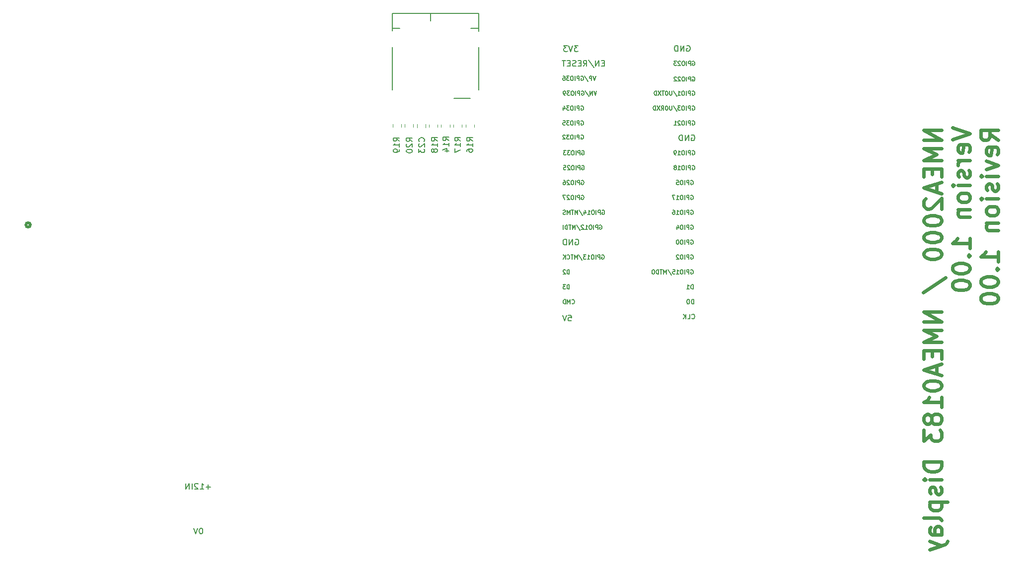
<source format=gbr>
%TF.GenerationSoftware,KiCad,Pcbnew,7.0.8*%
%TF.CreationDate,2023-11-15T18:30:51+02:00*%
%TF.ProjectId,CAN_DISPLAY,43414e5f-4449-4535-904c-41592e6b6963,rev?*%
%TF.SameCoordinates,Original*%
%TF.FileFunction,Legend,Bot*%
%TF.FilePolarity,Positive*%
%FSLAX46Y46*%
G04 Gerber Fmt 4.6, Leading zero omitted, Abs format (unit mm)*
G04 Created by KiCad (PCBNEW 7.0.8) date 2023-11-15 18:30:51*
%MOMM*%
%LPD*%
G01*
G04 APERTURE LIST*
%ADD10C,0.600000*%
%ADD11C,0.150000*%
%ADD12C,0.140000*%
%ADD13C,0.508000*%
%ADD14C,0.120000*%
G04 APERTURE END LIST*
D10*
X223748657Y-72813221D02*
X220748657Y-72813221D01*
X220748657Y-72813221D02*
X223748657Y-74527507D01*
X223748657Y-74527507D02*
X220748657Y-74527507D01*
X223748657Y-75956078D02*
X220748657Y-75956078D01*
X220748657Y-75956078D02*
X222891514Y-76956078D01*
X222891514Y-76956078D02*
X220748657Y-77956078D01*
X220748657Y-77956078D02*
X223748657Y-77956078D01*
X222177228Y-79384649D02*
X222177228Y-80384649D01*
X223748657Y-80813221D02*
X223748657Y-79384649D01*
X223748657Y-79384649D02*
X220748657Y-79384649D01*
X220748657Y-79384649D02*
X220748657Y-80813221D01*
X222891514Y-81956078D02*
X222891514Y-83384650D01*
X223748657Y-81670364D02*
X220748657Y-82670364D01*
X220748657Y-82670364D02*
X223748657Y-83670364D01*
X221034371Y-84527507D02*
X220891514Y-84670364D01*
X220891514Y-84670364D02*
X220748657Y-84956079D01*
X220748657Y-84956079D02*
X220748657Y-85670364D01*
X220748657Y-85670364D02*
X220891514Y-85956079D01*
X220891514Y-85956079D02*
X221034371Y-86098936D01*
X221034371Y-86098936D02*
X221320085Y-86241793D01*
X221320085Y-86241793D02*
X221605800Y-86241793D01*
X221605800Y-86241793D02*
X222034371Y-86098936D01*
X222034371Y-86098936D02*
X223748657Y-84384650D01*
X223748657Y-84384650D02*
X223748657Y-86241793D01*
X220748657Y-88098936D02*
X220748657Y-88384650D01*
X220748657Y-88384650D02*
X220891514Y-88670364D01*
X220891514Y-88670364D02*
X221034371Y-88813222D01*
X221034371Y-88813222D02*
X221320085Y-88956079D01*
X221320085Y-88956079D02*
X221891514Y-89098936D01*
X221891514Y-89098936D02*
X222605800Y-89098936D01*
X222605800Y-89098936D02*
X223177228Y-88956079D01*
X223177228Y-88956079D02*
X223462942Y-88813222D01*
X223462942Y-88813222D02*
X223605800Y-88670364D01*
X223605800Y-88670364D02*
X223748657Y-88384650D01*
X223748657Y-88384650D02*
X223748657Y-88098936D01*
X223748657Y-88098936D02*
X223605800Y-87813222D01*
X223605800Y-87813222D02*
X223462942Y-87670364D01*
X223462942Y-87670364D02*
X223177228Y-87527507D01*
X223177228Y-87527507D02*
X222605800Y-87384650D01*
X222605800Y-87384650D02*
X221891514Y-87384650D01*
X221891514Y-87384650D02*
X221320085Y-87527507D01*
X221320085Y-87527507D02*
X221034371Y-87670364D01*
X221034371Y-87670364D02*
X220891514Y-87813222D01*
X220891514Y-87813222D02*
X220748657Y-88098936D01*
X220748657Y-90956079D02*
X220748657Y-91241793D01*
X220748657Y-91241793D02*
X220891514Y-91527507D01*
X220891514Y-91527507D02*
X221034371Y-91670365D01*
X221034371Y-91670365D02*
X221320085Y-91813222D01*
X221320085Y-91813222D02*
X221891514Y-91956079D01*
X221891514Y-91956079D02*
X222605800Y-91956079D01*
X222605800Y-91956079D02*
X223177228Y-91813222D01*
X223177228Y-91813222D02*
X223462942Y-91670365D01*
X223462942Y-91670365D02*
X223605800Y-91527507D01*
X223605800Y-91527507D02*
X223748657Y-91241793D01*
X223748657Y-91241793D02*
X223748657Y-90956079D01*
X223748657Y-90956079D02*
X223605800Y-90670365D01*
X223605800Y-90670365D02*
X223462942Y-90527507D01*
X223462942Y-90527507D02*
X223177228Y-90384650D01*
X223177228Y-90384650D02*
X222605800Y-90241793D01*
X222605800Y-90241793D02*
X221891514Y-90241793D01*
X221891514Y-90241793D02*
X221320085Y-90384650D01*
X221320085Y-90384650D02*
X221034371Y-90527507D01*
X221034371Y-90527507D02*
X220891514Y-90670365D01*
X220891514Y-90670365D02*
X220748657Y-90956079D01*
X220748657Y-93813222D02*
X220748657Y-94098936D01*
X220748657Y-94098936D02*
X220891514Y-94384650D01*
X220891514Y-94384650D02*
X221034371Y-94527508D01*
X221034371Y-94527508D02*
X221320085Y-94670365D01*
X221320085Y-94670365D02*
X221891514Y-94813222D01*
X221891514Y-94813222D02*
X222605800Y-94813222D01*
X222605800Y-94813222D02*
X223177228Y-94670365D01*
X223177228Y-94670365D02*
X223462942Y-94527508D01*
X223462942Y-94527508D02*
X223605800Y-94384650D01*
X223605800Y-94384650D02*
X223748657Y-94098936D01*
X223748657Y-94098936D02*
X223748657Y-93813222D01*
X223748657Y-93813222D02*
X223605800Y-93527508D01*
X223605800Y-93527508D02*
X223462942Y-93384650D01*
X223462942Y-93384650D02*
X223177228Y-93241793D01*
X223177228Y-93241793D02*
X222605800Y-93098936D01*
X222605800Y-93098936D02*
X221891514Y-93098936D01*
X221891514Y-93098936D02*
X221320085Y-93241793D01*
X221320085Y-93241793D02*
X221034371Y-93384650D01*
X221034371Y-93384650D02*
X220891514Y-93527508D01*
X220891514Y-93527508D02*
X220748657Y-93813222D01*
X220605800Y-100527507D02*
X224462942Y-97956079D01*
X223748657Y-103813221D02*
X220748657Y-103813221D01*
X220748657Y-103813221D02*
X223748657Y-105527507D01*
X223748657Y-105527507D02*
X220748657Y-105527507D01*
X223748657Y-106956078D02*
X220748657Y-106956078D01*
X220748657Y-106956078D02*
X222891514Y-107956078D01*
X222891514Y-107956078D02*
X220748657Y-108956078D01*
X220748657Y-108956078D02*
X223748657Y-108956078D01*
X222177228Y-110384649D02*
X222177228Y-111384649D01*
X223748657Y-111813221D02*
X223748657Y-110384649D01*
X223748657Y-110384649D02*
X220748657Y-110384649D01*
X220748657Y-110384649D02*
X220748657Y-111813221D01*
X222891514Y-112956078D02*
X222891514Y-114384650D01*
X223748657Y-112670364D02*
X220748657Y-113670364D01*
X220748657Y-113670364D02*
X223748657Y-114670364D01*
X220748657Y-116241793D02*
X220748657Y-116527507D01*
X220748657Y-116527507D02*
X220891514Y-116813221D01*
X220891514Y-116813221D02*
X221034371Y-116956079D01*
X221034371Y-116956079D02*
X221320085Y-117098936D01*
X221320085Y-117098936D02*
X221891514Y-117241793D01*
X221891514Y-117241793D02*
X222605800Y-117241793D01*
X222605800Y-117241793D02*
X223177228Y-117098936D01*
X223177228Y-117098936D02*
X223462942Y-116956079D01*
X223462942Y-116956079D02*
X223605800Y-116813221D01*
X223605800Y-116813221D02*
X223748657Y-116527507D01*
X223748657Y-116527507D02*
X223748657Y-116241793D01*
X223748657Y-116241793D02*
X223605800Y-115956079D01*
X223605800Y-115956079D02*
X223462942Y-115813221D01*
X223462942Y-115813221D02*
X223177228Y-115670364D01*
X223177228Y-115670364D02*
X222605800Y-115527507D01*
X222605800Y-115527507D02*
X221891514Y-115527507D01*
X221891514Y-115527507D02*
X221320085Y-115670364D01*
X221320085Y-115670364D02*
X221034371Y-115813221D01*
X221034371Y-115813221D02*
X220891514Y-115956079D01*
X220891514Y-115956079D02*
X220748657Y-116241793D01*
X223748657Y-120098936D02*
X223748657Y-118384650D01*
X223748657Y-119241793D02*
X220748657Y-119241793D01*
X220748657Y-119241793D02*
X221177228Y-118956079D01*
X221177228Y-118956079D02*
X221462942Y-118670364D01*
X221462942Y-118670364D02*
X221605800Y-118384650D01*
X222034371Y-121813222D02*
X221891514Y-121527507D01*
X221891514Y-121527507D02*
X221748657Y-121384650D01*
X221748657Y-121384650D02*
X221462942Y-121241793D01*
X221462942Y-121241793D02*
X221320085Y-121241793D01*
X221320085Y-121241793D02*
X221034371Y-121384650D01*
X221034371Y-121384650D02*
X220891514Y-121527507D01*
X220891514Y-121527507D02*
X220748657Y-121813222D01*
X220748657Y-121813222D02*
X220748657Y-122384650D01*
X220748657Y-122384650D02*
X220891514Y-122670365D01*
X220891514Y-122670365D02*
X221034371Y-122813222D01*
X221034371Y-122813222D02*
X221320085Y-122956079D01*
X221320085Y-122956079D02*
X221462942Y-122956079D01*
X221462942Y-122956079D02*
X221748657Y-122813222D01*
X221748657Y-122813222D02*
X221891514Y-122670365D01*
X221891514Y-122670365D02*
X222034371Y-122384650D01*
X222034371Y-122384650D02*
X222034371Y-121813222D01*
X222034371Y-121813222D02*
X222177228Y-121527507D01*
X222177228Y-121527507D02*
X222320085Y-121384650D01*
X222320085Y-121384650D02*
X222605800Y-121241793D01*
X222605800Y-121241793D02*
X223177228Y-121241793D01*
X223177228Y-121241793D02*
X223462942Y-121384650D01*
X223462942Y-121384650D02*
X223605800Y-121527507D01*
X223605800Y-121527507D02*
X223748657Y-121813222D01*
X223748657Y-121813222D02*
X223748657Y-122384650D01*
X223748657Y-122384650D02*
X223605800Y-122670365D01*
X223605800Y-122670365D02*
X223462942Y-122813222D01*
X223462942Y-122813222D02*
X223177228Y-122956079D01*
X223177228Y-122956079D02*
X222605800Y-122956079D01*
X222605800Y-122956079D02*
X222320085Y-122813222D01*
X222320085Y-122813222D02*
X222177228Y-122670365D01*
X222177228Y-122670365D02*
X222034371Y-122384650D01*
X220748657Y-123956079D02*
X220748657Y-125813222D01*
X220748657Y-125813222D02*
X221891514Y-124813222D01*
X221891514Y-124813222D02*
X221891514Y-125241793D01*
X221891514Y-125241793D02*
X222034371Y-125527508D01*
X222034371Y-125527508D02*
X222177228Y-125670365D01*
X222177228Y-125670365D02*
X222462942Y-125813222D01*
X222462942Y-125813222D02*
X223177228Y-125813222D01*
X223177228Y-125813222D02*
X223462942Y-125670365D01*
X223462942Y-125670365D02*
X223605800Y-125527508D01*
X223605800Y-125527508D02*
X223748657Y-125241793D01*
X223748657Y-125241793D02*
X223748657Y-124384650D01*
X223748657Y-124384650D02*
X223605800Y-124098936D01*
X223605800Y-124098936D02*
X223462942Y-123956079D01*
X223748657Y-129384650D02*
X220748657Y-129384650D01*
X220748657Y-129384650D02*
X220748657Y-130098936D01*
X220748657Y-130098936D02*
X220891514Y-130527507D01*
X220891514Y-130527507D02*
X221177228Y-130813222D01*
X221177228Y-130813222D02*
X221462942Y-130956079D01*
X221462942Y-130956079D02*
X222034371Y-131098936D01*
X222034371Y-131098936D02*
X222462942Y-131098936D01*
X222462942Y-131098936D02*
X223034371Y-130956079D01*
X223034371Y-130956079D02*
X223320085Y-130813222D01*
X223320085Y-130813222D02*
X223605800Y-130527507D01*
X223605800Y-130527507D02*
X223748657Y-130098936D01*
X223748657Y-130098936D02*
X223748657Y-129384650D01*
X223748657Y-132384650D02*
X221748657Y-132384650D01*
X220748657Y-132384650D02*
X220891514Y-132241793D01*
X220891514Y-132241793D02*
X221034371Y-132384650D01*
X221034371Y-132384650D02*
X220891514Y-132527507D01*
X220891514Y-132527507D02*
X220748657Y-132384650D01*
X220748657Y-132384650D02*
X221034371Y-132384650D01*
X223605800Y-133670364D02*
X223748657Y-133956078D01*
X223748657Y-133956078D02*
X223748657Y-134527507D01*
X223748657Y-134527507D02*
X223605800Y-134813221D01*
X223605800Y-134813221D02*
X223320085Y-134956078D01*
X223320085Y-134956078D02*
X223177228Y-134956078D01*
X223177228Y-134956078D02*
X222891514Y-134813221D01*
X222891514Y-134813221D02*
X222748657Y-134527507D01*
X222748657Y-134527507D02*
X222748657Y-134098936D01*
X222748657Y-134098936D02*
X222605800Y-133813221D01*
X222605800Y-133813221D02*
X222320085Y-133670364D01*
X222320085Y-133670364D02*
X222177228Y-133670364D01*
X222177228Y-133670364D02*
X221891514Y-133813221D01*
X221891514Y-133813221D02*
X221748657Y-134098936D01*
X221748657Y-134098936D02*
X221748657Y-134527507D01*
X221748657Y-134527507D02*
X221891514Y-134813221D01*
X221748657Y-136241792D02*
X224748657Y-136241792D01*
X221891514Y-136241792D02*
X221748657Y-136527507D01*
X221748657Y-136527507D02*
X221748657Y-137098935D01*
X221748657Y-137098935D02*
X221891514Y-137384649D01*
X221891514Y-137384649D02*
X222034371Y-137527507D01*
X222034371Y-137527507D02*
X222320085Y-137670364D01*
X222320085Y-137670364D02*
X223177228Y-137670364D01*
X223177228Y-137670364D02*
X223462942Y-137527507D01*
X223462942Y-137527507D02*
X223605800Y-137384649D01*
X223605800Y-137384649D02*
X223748657Y-137098935D01*
X223748657Y-137098935D02*
X223748657Y-136527507D01*
X223748657Y-136527507D02*
X223605800Y-136241792D01*
X223748657Y-139384650D02*
X223605800Y-139098935D01*
X223605800Y-139098935D02*
X223320085Y-138956078D01*
X223320085Y-138956078D02*
X220748657Y-138956078D01*
X223748657Y-141813222D02*
X222177228Y-141813222D01*
X222177228Y-141813222D02*
X221891514Y-141670364D01*
X221891514Y-141670364D02*
X221748657Y-141384650D01*
X221748657Y-141384650D02*
X221748657Y-140813222D01*
X221748657Y-140813222D02*
X221891514Y-140527507D01*
X223605800Y-141813222D02*
X223748657Y-141527507D01*
X223748657Y-141527507D02*
X223748657Y-140813222D01*
X223748657Y-140813222D02*
X223605800Y-140527507D01*
X223605800Y-140527507D02*
X223320085Y-140384650D01*
X223320085Y-140384650D02*
X223034371Y-140384650D01*
X223034371Y-140384650D02*
X222748657Y-140527507D01*
X222748657Y-140527507D02*
X222605800Y-140813222D01*
X222605800Y-140813222D02*
X222605800Y-141527507D01*
X222605800Y-141527507D02*
X222462942Y-141813222D01*
X221748657Y-142956079D02*
X223748657Y-143670365D01*
X221748657Y-144384650D02*
X223748657Y-143670365D01*
X223748657Y-143670365D02*
X224462942Y-143384650D01*
X224462942Y-143384650D02*
X224605800Y-143241793D01*
X224605800Y-143241793D02*
X224748657Y-142956079D01*
X225578657Y-72384650D02*
X228578657Y-73384650D01*
X228578657Y-73384650D02*
X225578657Y-74384650D01*
X228435800Y-76527507D02*
X228578657Y-76241793D01*
X228578657Y-76241793D02*
X228578657Y-75670365D01*
X228578657Y-75670365D02*
X228435800Y-75384650D01*
X228435800Y-75384650D02*
X228150085Y-75241793D01*
X228150085Y-75241793D02*
X227007228Y-75241793D01*
X227007228Y-75241793D02*
X226721514Y-75384650D01*
X226721514Y-75384650D02*
X226578657Y-75670365D01*
X226578657Y-75670365D02*
X226578657Y-76241793D01*
X226578657Y-76241793D02*
X226721514Y-76527507D01*
X226721514Y-76527507D02*
X227007228Y-76670365D01*
X227007228Y-76670365D02*
X227292942Y-76670365D01*
X227292942Y-76670365D02*
X227578657Y-75241793D01*
X228578657Y-77956079D02*
X226578657Y-77956079D01*
X227150085Y-77956079D02*
X226864371Y-78098936D01*
X226864371Y-78098936D02*
X226721514Y-78241794D01*
X226721514Y-78241794D02*
X226578657Y-78527508D01*
X226578657Y-78527508D02*
X226578657Y-78813222D01*
X228435800Y-79670365D02*
X228578657Y-79956079D01*
X228578657Y-79956079D02*
X228578657Y-80527508D01*
X228578657Y-80527508D02*
X228435800Y-80813222D01*
X228435800Y-80813222D02*
X228150085Y-80956079D01*
X228150085Y-80956079D02*
X228007228Y-80956079D01*
X228007228Y-80956079D02*
X227721514Y-80813222D01*
X227721514Y-80813222D02*
X227578657Y-80527508D01*
X227578657Y-80527508D02*
X227578657Y-80098937D01*
X227578657Y-80098937D02*
X227435800Y-79813222D01*
X227435800Y-79813222D02*
X227150085Y-79670365D01*
X227150085Y-79670365D02*
X227007228Y-79670365D01*
X227007228Y-79670365D02*
X226721514Y-79813222D01*
X226721514Y-79813222D02*
X226578657Y-80098937D01*
X226578657Y-80098937D02*
X226578657Y-80527508D01*
X226578657Y-80527508D02*
X226721514Y-80813222D01*
X228578657Y-82241793D02*
X226578657Y-82241793D01*
X225578657Y-82241793D02*
X225721514Y-82098936D01*
X225721514Y-82098936D02*
X225864371Y-82241793D01*
X225864371Y-82241793D02*
X225721514Y-82384650D01*
X225721514Y-82384650D02*
X225578657Y-82241793D01*
X225578657Y-82241793D02*
X225864371Y-82241793D01*
X228578657Y-84098936D02*
X228435800Y-83813221D01*
X228435800Y-83813221D02*
X228292942Y-83670364D01*
X228292942Y-83670364D02*
X228007228Y-83527507D01*
X228007228Y-83527507D02*
X227150085Y-83527507D01*
X227150085Y-83527507D02*
X226864371Y-83670364D01*
X226864371Y-83670364D02*
X226721514Y-83813221D01*
X226721514Y-83813221D02*
X226578657Y-84098936D01*
X226578657Y-84098936D02*
X226578657Y-84527507D01*
X226578657Y-84527507D02*
X226721514Y-84813221D01*
X226721514Y-84813221D02*
X226864371Y-84956079D01*
X226864371Y-84956079D02*
X227150085Y-85098936D01*
X227150085Y-85098936D02*
X228007228Y-85098936D01*
X228007228Y-85098936D02*
X228292942Y-84956079D01*
X228292942Y-84956079D02*
X228435800Y-84813221D01*
X228435800Y-84813221D02*
X228578657Y-84527507D01*
X228578657Y-84527507D02*
X228578657Y-84098936D01*
X226578657Y-86384650D02*
X228578657Y-86384650D01*
X226864371Y-86384650D02*
X226721514Y-86527507D01*
X226721514Y-86527507D02*
X226578657Y-86813222D01*
X226578657Y-86813222D02*
X226578657Y-87241793D01*
X226578657Y-87241793D02*
X226721514Y-87527507D01*
X226721514Y-87527507D02*
X227007228Y-87670365D01*
X227007228Y-87670365D02*
X228578657Y-87670365D01*
X228578657Y-92956079D02*
X228578657Y-91241793D01*
X228578657Y-92098936D02*
X225578657Y-92098936D01*
X225578657Y-92098936D02*
X226007228Y-91813222D01*
X226007228Y-91813222D02*
X226292942Y-91527507D01*
X226292942Y-91527507D02*
X226435800Y-91241793D01*
X228292942Y-94241793D02*
X228435800Y-94384650D01*
X228435800Y-94384650D02*
X228578657Y-94241793D01*
X228578657Y-94241793D02*
X228435800Y-94098936D01*
X228435800Y-94098936D02*
X228292942Y-94241793D01*
X228292942Y-94241793D02*
X228578657Y-94241793D01*
X225578657Y-96241793D02*
X225578657Y-96527507D01*
X225578657Y-96527507D02*
X225721514Y-96813221D01*
X225721514Y-96813221D02*
X225864371Y-96956079D01*
X225864371Y-96956079D02*
X226150085Y-97098936D01*
X226150085Y-97098936D02*
X226721514Y-97241793D01*
X226721514Y-97241793D02*
X227435800Y-97241793D01*
X227435800Y-97241793D02*
X228007228Y-97098936D01*
X228007228Y-97098936D02*
X228292942Y-96956079D01*
X228292942Y-96956079D02*
X228435800Y-96813221D01*
X228435800Y-96813221D02*
X228578657Y-96527507D01*
X228578657Y-96527507D02*
X228578657Y-96241793D01*
X228578657Y-96241793D02*
X228435800Y-95956079D01*
X228435800Y-95956079D02*
X228292942Y-95813221D01*
X228292942Y-95813221D02*
X228007228Y-95670364D01*
X228007228Y-95670364D02*
X227435800Y-95527507D01*
X227435800Y-95527507D02*
X226721514Y-95527507D01*
X226721514Y-95527507D02*
X226150085Y-95670364D01*
X226150085Y-95670364D02*
X225864371Y-95813221D01*
X225864371Y-95813221D02*
X225721514Y-95956079D01*
X225721514Y-95956079D02*
X225578657Y-96241793D01*
X225578657Y-99098936D02*
X225578657Y-99384650D01*
X225578657Y-99384650D02*
X225721514Y-99670364D01*
X225721514Y-99670364D02*
X225864371Y-99813222D01*
X225864371Y-99813222D02*
X226150085Y-99956079D01*
X226150085Y-99956079D02*
X226721514Y-100098936D01*
X226721514Y-100098936D02*
X227435800Y-100098936D01*
X227435800Y-100098936D02*
X228007228Y-99956079D01*
X228007228Y-99956079D02*
X228292942Y-99813222D01*
X228292942Y-99813222D02*
X228435800Y-99670364D01*
X228435800Y-99670364D02*
X228578657Y-99384650D01*
X228578657Y-99384650D02*
X228578657Y-99098936D01*
X228578657Y-99098936D02*
X228435800Y-98813222D01*
X228435800Y-98813222D02*
X228292942Y-98670364D01*
X228292942Y-98670364D02*
X228007228Y-98527507D01*
X228007228Y-98527507D02*
X227435800Y-98384650D01*
X227435800Y-98384650D02*
X226721514Y-98384650D01*
X226721514Y-98384650D02*
X226150085Y-98527507D01*
X226150085Y-98527507D02*
X225864371Y-98670364D01*
X225864371Y-98670364D02*
X225721514Y-98813222D01*
X225721514Y-98813222D02*
X225578657Y-99098936D01*
X233408657Y-74527507D02*
X231980085Y-73527507D01*
X233408657Y-72813221D02*
X230408657Y-72813221D01*
X230408657Y-72813221D02*
X230408657Y-73956078D01*
X230408657Y-73956078D02*
X230551514Y-74241793D01*
X230551514Y-74241793D02*
X230694371Y-74384650D01*
X230694371Y-74384650D02*
X230980085Y-74527507D01*
X230980085Y-74527507D02*
X231408657Y-74527507D01*
X231408657Y-74527507D02*
X231694371Y-74384650D01*
X231694371Y-74384650D02*
X231837228Y-74241793D01*
X231837228Y-74241793D02*
X231980085Y-73956078D01*
X231980085Y-73956078D02*
X231980085Y-72813221D01*
X233265800Y-76956078D02*
X233408657Y-76670364D01*
X233408657Y-76670364D02*
X233408657Y-76098936D01*
X233408657Y-76098936D02*
X233265800Y-75813221D01*
X233265800Y-75813221D02*
X232980085Y-75670364D01*
X232980085Y-75670364D02*
X231837228Y-75670364D01*
X231837228Y-75670364D02*
X231551514Y-75813221D01*
X231551514Y-75813221D02*
X231408657Y-76098936D01*
X231408657Y-76098936D02*
X231408657Y-76670364D01*
X231408657Y-76670364D02*
X231551514Y-76956078D01*
X231551514Y-76956078D02*
X231837228Y-77098936D01*
X231837228Y-77098936D02*
X232122942Y-77098936D01*
X232122942Y-77098936D02*
X232408657Y-75670364D01*
X231408657Y-78098936D02*
X233408657Y-78813222D01*
X233408657Y-78813222D02*
X231408657Y-79527507D01*
X233408657Y-80670364D02*
X231408657Y-80670364D01*
X230408657Y-80670364D02*
X230551514Y-80527507D01*
X230551514Y-80527507D02*
X230694371Y-80670364D01*
X230694371Y-80670364D02*
X230551514Y-80813221D01*
X230551514Y-80813221D02*
X230408657Y-80670364D01*
X230408657Y-80670364D02*
X230694371Y-80670364D01*
X233265800Y-81956078D02*
X233408657Y-82241792D01*
X233408657Y-82241792D02*
X233408657Y-82813221D01*
X233408657Y-82813221D02*
X233265800Y-83098935D01*
X233265800Y-83098935D02*
X232980085Y-83241792D01*
X232980085Y-83241792D02*
X232837228Y-83241792D01*
X232837228Y-83241792D02*
X232551514Y-83098935D01*
X232551514Y-83098935D02*
X232408657Y-82813221D01*
X232408657Y-82813221D02*
X232408657Y-82384650D01*
X232408657Y-82384650D02*
X232265800Y-82098935D01*
X232265800Y-82098935D02*
X231980085Y-81956078D01*
X231980085Y-81956078D02*
X231837228Y-81956078D01*
X231837228Y-81956078D02*
X231551514Y-82098935D01*
X231551514Y-82098935D02*
X231408657Y-82384650D01*
X231408657Y-82384650D02*
X231408657Y-82813221D01*
X231408657Y-82813221D02*
X231551514Y-83098935D01*
X233408657Y-84527506D02*
X231408657Y-84527506D01*
X230408657Y-84527506D02*
X230551514Y-84384649D01*
X230551514Y-84384649D02*
X230694371Y-84527506D01*
X230694371Y-84527506D02*
X230551514Y-84670363D01*
X230551514Y-84670363D02*
X230408657Y-84527506D01*
X230408657Y-84527506D02*
X230694371Y-84527506D01*
X233408657Y-86384649D02*
X233265800Y-86098934D01*
X233265800Y-86098934D02*
X233122942Y-85956077D01*
X233122942Y-85956077D02*
X232837228Y-85813220D01*
X232837228Y-85813220D02*
X231980085Y-85813220D01*
X231980085Y-85813220D02*
X231694371Y-85956077D01*
X231694371Y-85956077D02*
X231551514Y-86098934D01*
X231551514Y-86098934D02*
X231408657Y-86384649D01*
X231408657Y-86384649D02*
X231408657Y-86813220D01*
X231408657Y-86813220D02*
X231551514Y-87098934D01*
X231551514Y-87098934D02*
X231694371Y-87241792D01*
X231694371Y-87241792D02*
X231980085Y-87384649D01*
X231980085Y-87384649D02*
X232837228Y-87384649D01*
X232837228Y-87384649D02*
X233122942Y-87241792D01*
X233122942Y-87241792D02*
X233265800Y-87098934D01*
X233265800Y-87098934D02*
X233408657Y-86813220D01*
X233408657Y-86813220D02*
X233408657Y-86384649D01*
X231408657Y-88670363D02*
X233408657Y-88670363D01*
X231694371Y-88670363D02*
X231551514Y-88813220D01*
X231551514Y-88813220D02*
X231408657Y-89098935D01*
X231408657Y-89098935D02*
X231408657Y-89527506D01*
X231408657Y-89527506D02*
X231551514Y-89813220D01*
X231551514Y-89813220D02*
X231837228Y-89956078D01*
X231837228Y-89956078D02*
X233408657Y-89956078D01*
X233408657Y-95241792D02*
X233408657Y-93527506D01*
X233408657Y-94384649D02*
X230408657Y-94384649D01*
X230408657Y-94384649D02*
X230837228Y-94098935D01*
X230837228Y-94098935D02*
X231122942Y-93813220D01*
X231122942Y-93813220D02*
X231265800Y-93527506D01*
X233122942Y-96527506D02*
X233265800Y-96670363D01*
X233265800Y-96670363D02*
X233408657Y-96527506D01*
X233408657Y-96527506D02*
X233265800Y-96384649D01*
X233265800Y-96384649D02*
X233122942Y-96527506D01*
X233122942Y-96527506D02*
X233408657Y-96527506D01*
X230408657Y-98527506D02*
X230408657Y-98813220D01*
X230408657Y-98813220D02*
X230551514Y-99098934D01*
X230551514Y-99098934D02*
X230694371Y-99241792D01*
X230694371Y-99241792D02*
X230980085Y-99384649D01*
X230980085Y-99384649D02*
X231551514Y-99527506D01*
X231551514Y-99527506D02*
X232265800Y-99527506D01*
X232265800Y-99527506D02*
X232837228Y-99384649D01*
X232837228Y-99384649D02*
X233122942Y-99241792D01*
X233122942Y-99241792D02*
X233265800Y-99098934D01*
X233265800Y-99098934D02*
X233408657Y-98813220D01*
X233408657Y-98813220D02*
X233408657Y-98527506D01*
X233408657Y-98527506D02*
X233265800Y-98241792D01*
X233265800Y-98241792D02*
X233122942Y-98098934D01*
X233122942Y-98098934D02*
X232837228Y-97956077D01*
X232837228Y-97956077D02*
X232265800Y-97813220D01*
X232265800Y-97813220D02*
X231551514Y-97813220D01*
X231551514Y-97813220D02*
X230980085Y-97956077D01*
X230980085Y-97956077D02*
X230694371Y-98098934D01*
X230694371Y-98098934D02*
X230551514Y-98241792D01*
X230551514Y-98241792D02*
X230408657Y-98527506D01*
X230408657Y-101384649D02*
X230408657Y-101670363D01*
X230408657Y-101670363D02*
X230551514Y-101956077D01*
X230551514Y-101956077D02*
X230694371Y-102098935D01*
X230694371Y-102098935D02*
X230980085Y-102241792D01*
X230980085Y-102241792D02*
X231551514Y-102384649D01*
X231551514Y-102384649D02*
X232265800Y-102384649D01*
X232265800Y-102384649D02*
X232837228Y-102241792D01*
X232837228Y-102241792D02*
X233122942Y-102098935D01*
X233122942Y-102098935D02*
X233265800Y-101956077D01*
X233265800Y-101956077D02*
X233408657Y-101670363D01*
X233408657Y-101670363D02*
X233408657Y-101384649D01*
X233408657Y-101384649D02*
X233265800Y-101098935D01*
X233265800Y-101098935D02*
X233122942Y-100956077D01*
X233122942Y-100956077D02*
X232837228Y-100813220D01*
X232837228Y-100813220D02*
X232265800Y-100670363D01*
X232265800Y-100670363D02*
X231551514Y-100670363D01*
X231551514Y-100670363D02*
X230980085Y-100813220D01*
X230980085Y-100813220D02*
X230694371Y-100956077D01*
X230694371Y-100956077D02*
X230551514Y-101098935D01*
X230551514Y-101098935D02*
X230408657Y-101384649D01*
D11*
X181269717Y-78897395D02*
X181336384Y-78864062D01*
X181336384Y-78864062D02*
X181436384Y-78864062D01*
X181436384Y-78864062D02*
X181536384Y-78897395D01*
X181536384Y-78897395D02*
X181603051Y-78964062D01*
X181603051Y-78964062D02*
X181636384Y-79030729D01*
X181636384Y-79030729D02*
X181669717Y-79164062D01*
X181669717Y-79164062D02*
X181669717Y-79264062D01*
X181669717Y-79264062D02*
X181636384Y-79397395D01*
X181636384Y-79397395D02*
X181603051Y-79464062D01*
X181603051Y-79464062D02*
X181536384Y-79530729D01*
X181536384Y-79530729D02*
X181436384Y-79564062D01*
X181436384Y-79564062D02*
X181369717Y-79564062D01*
X181369717Y-79564062D02*
X181269717Y-79530729D01*
X181269717Y-79530729D02*
X181236384Y-79497395D01*
X181236384Y-79497395D02*
X181236384Y-79264062D01*
X181236384Y-79264062D02*
X181369717Y-79264062D01*
X180936384Y-79564062D02*
X180936384Y-78864062D01*
X180936384Y-78864062D02*
X180669717Y-78864062D01*
X180669717Y-78864062D02*
X180603051Y-78897395D01*
X180603051Y-78897395D02*
X180569717Y-78930729D01*
X180569717Y-78930729D02*
X180536384Y-78997395D01*
X180536384Y-78997395D02*
X180536384Y-79097395D01*
X180536384Y-79097395D02*
X180569717Y-79164062D01*
X180569717Y-79164062D02*
X180603051Y-79197395D01*
X180603051Y-79197395D02*
X180669717Y-79230729D01*
X180669717Y-79230729D02*
X180936384Y-79230729D01*
X180236384Y-79564062D02*
X180236384Y-78864062D01*
X179769718Y-78864062D02*
X179636384Y-78864062D01*
X179636384Y-78864062D02*
X179569718Y-78897395D01*
X179569718Y-78897395D02*
X179503051Y-78964062D01*
X179503051Y-78964062D02*
X179469718Y-79097395D01*
X179469718Y-79097395D02*
X179469718Y-79330729D01*
X179469718Y-79330729D02*
X179503051Y-79464062D01*
X179503051Y-79464062D02*
X179569718Y-79530729D01*
X179569718Y-79530729D02*
X179636384Y-79564062D01*
X179636384Y-79564062D02*
X179769718Y-79564062D01*
X179769718Y-79564062D02*
X179836384Y-79530729D01*
X179836384Y-79530729D02*
X179903051Y-79464062D01*
X179903051Y-79464062D02*
X179936384Y-79330729D01*
X179936384Y-79330729D02*
X179936384Y-79097395D01*
X179936384Y-79097395D02*
X179903051Y-78964062D01*
X179903051Y-78964062D02*
X179836384Y-78897395D01*
X179836384Y-78897395D02*
X179769718Y-78864062D01*
X178803051Y-79564062D02*
X179203051Y-79564062D01*
X179003051Y-79564062D02*
X179003051Y-78864062D01*
X179003051Y-78864062D02*
X179069718Y-78964062D01*
X179069718Y-78964062D02*
X179136385Y-79030729D01*
X179136385Y-79030729D02*
X179203051Y-79064062D01*
X178403051Y-79164062D02*
X178469718Y-79130729D01*
X178469718Y-79130729D02*
X178503051Y-79097395D01*
X178503051Y-79097395D02*
X178536384Y-79030729D01*
X178536384Y-79030729D02*
X178536384Y-78997395D01*
X178536384Y-78997395D02*
X178503051Y-78930729D01*
X178503051Y-78930729D02*
X178469718Y-78897395D01*
X178469718Y-78897395D02*
X178403051Y-78864062D01*
X178403051Y-78864062D02*
X178269718Y-78864062D01*
X178269718Y-78864062D02*
X178203051Y-78897395D01*
X178203051Y-78897395D02*
X178169718Y-78930729D01*
X178169718Y-78930729D02*
X178136384Y-78997395D01*
X178136384Y-78997395D02*
X178136384Y-79030729D01*
X178136384Y-79030729D02*
X178169718Y-79097395D01*
X178169718Y-79097395D02*
X178203051Y-79130729D01*
X178203051Y-79130729D02*
X178269718Y-79164062D01*
X178269718Y-79164062D02*
X178403051Y-79164062D01*
X178403051Y-79164062D02*
X178469718Y-79197395D01*
X178469718Y-79197395D02*
X178503051Y-79230729D01*
X178503051Y-79230729D02*
X178536384Y-79297395D01*
X178536384Y-79297395D02*
X178536384Y-79430729D01*
X178536384Y-79430729D02*
X178503051Y-79497395D01*
X178503051Y-79497395D02*
X178469718Y-79530729D01*
X178469718Y-79530729D02*
X178403051Y-79564062D01*
X178403051Y-79564062D02*
X178269718Y-79564062D01*
X178269718Y-79564062D02*
X178203051Y-79530729D01*
X178203051Y-79530729D02*
X178169718Y-79497395D01*
X178169718Y-79497395D02*
X178136384Y-79430729D01*
X178136384Y-79430729D02*
X178136384Y-79297395D01*
X178136384Y-79297395D02*
X178169718Y-79230729D01*
X178169718Y-79230729D02*
X178203051Y-79197395D01*
X178203051Y-79197395D02*
X178269718Y-79164062D01*
X162436016Y-76357395D02*
X162502683Y-76324062D01*
X162502683Y-76324062D02*
X162602683Y-76324062D01*
X162602683Y-76324062D02*
X162702683Y-76357395D01*
X162702683Y-76357395D02*
X162769350Y-76424062D01*
X162769350Y-76424062D02*
X162802683Y-76490729D01*
X162802683Y-76490729D02*
X162836016Y-76624062D01*
X162836016Y-76624062D02*
X162836016Y-76724062D01*
X162836016Y-76724062D02*
X162802683Y-76857395D01*
X162802683Y-76857395D02*
X162769350Y-76924062D01*
X162769350Y-76924062D02*
X162702683Y-76990729D01*
X162702683Y-76990729D02*
X162602683Y-77024062D01*
X162602683Y-77024062D02*
X162536016Y-77024062D01*
X162536016Y-77024062D02*
X162436016Y-76990729D01*
X162436016Y-76990729D02*
X162402683Y-76957395D01*
X162402683Y-76957395D02*
X162402683Y-76724062D01*
X162402683Y-76724062D02*
X162536016Y-76724062D01*
X162102683Y-77024062D02*
X162102683Y-76324062D01*
X162102683Y-76324062D02*
X161836016Y-76324062D01*
X161836016Y-76324062D02*
X161769350Y-76357395D01*
X161769350Y-76357395D02*
X161736016Y-76390729D01*
X161736016Y-76390729D02*
X161702683Y-76457395D01*
X161702683Y-76457395D02*
X161702683Y-76557395D01*
X161702683Y-76557395D02*
X161736016Y-76624062D01*
X161736016Y-76624062D02*
X161769350Y-76657395D01*
X161769350Y-76657395D02*
X161836016Y-76690729D01*
X161836016Y-76690729D02*
X162102683Y-76690729D01*
X161402683Y-77024062D02*
X161402683Y-76324062D01*
X160936017Y-76324062D02*
X160802683Y-76324062D01*
X160802683Y-76324062D02*
X160736017Y-76357395D01*
X160736017Y-76357395D02*
X160669350Y-76424062D01*
X160669350Y-76424062D02*
X160636017Y-76557395D01*
X160636017Y-76557395D02*
X160636017Y-76790729D01*
X160636017Y-76790729D02*
X160669350Y-76924062D01*
X160669350Y-76924062D02*
X160736017Y-76990729D01*
X160736017Y-76990729D02*
X160802683Y-77024062D01*
X160802683Y-77024062D02*
X160936017Y-77024062D01*
X160936017Y-77024062D02*
X161002683Y-76990729D01*
X161002683Y-76990729D02*
X161069350Y-76924062D01*
X161069350Y-76924062D02*
X161102683Y-76790729D01*
X161102683Y-76790729D02*
X161102683Y-76557395D01*
X161102683Y-76557395D02*
X161069350Y-76424062D01*
X161069350Y-76424062D02*
X161002683Y-76357395D01*
X161002683Y-76357395D02*
X160936017Y-76324062D01*
X160402684Y-76324062D02*
X159969350Y-76324062D01*
X159969350Y-76324062D02*
X160202684Y-76590729D01*
X160202684Y-76590729D02*
X160102684Y-76590729D01*
X160102684Y-76590729D02*
X160036017Y-76624062D01*
X160036017Y-76624062D02*
X160002684Y-76657395D01*
X160002684Y-76657395D02*
X159969350Y-76724062D01*
X159969350Y-76724062D02*
X159969350Y-76890729D01*
X159969350Y-76890729D02*
X160002684Y-76957395D01*
X160002684Y-76957395D02*
X160036017Y-76990729D01*
X160036017Y-76990729D02*
X160102684Y-77024062D01*
X160102684Y-77024062D02*
X160302684Y-77024062D01*
X160302684Y-77024062D02*
X160369350Y-76990729D01*
X160369350Y-76990729D02*
X160402684Y-76957395D01*
X159736017Y-76324062D02*
X159302683Y-76324062D01*
X159302683Y-76324062D02*
X159536017Y-76590729D01*
X159536017Y-76590729D02*
X159436017Y-76590729D01*
X159436017Y-76590729D02*
X159369350Y-76624062D01*
X159369350Y-76624062D02*
X159336017Y-76657395D01*
X159336017Y-76657395D02*
X159302683Y-76724062D01*
X159302683Y-76724062D02*
X159302683Y-76890729D01*
X159302683Y-76890729D02*
X159336017Y-76957395D01*
X159336017Y-76957395D02*
X159369350Y-76990729D01*
X159369350Y-76990729D02*
X159436017Y-77024062D01*
X159436017Y-77024062D02*
X159636017Y-77024062D01*
X159636017Y-77024062D02*
X159702683Y-76990729D01*
X159702683Y-76990729D02*
X159736017Y-76957395D01*
X164934683Y-66164062D02*
X164701350Y-66864062D01*
X164701350Y-66864062D02*
X164468016Y-66164062D01*
X164234683Y-66864062D02*
X164234683Y-66164062D01*
X164234683Y-66164062D02*
X163834683Y-66864062D01*
X163834683Y-66864062D02*
X163834683Y-66164062D01*
X163001350Y-66130729D02*
X163601350Y-67030729D01*
X162401350Y-66197395D02*
X162468017Y-66164062D01*
X162468017Y-66164062D02*
X162568017Y-66164062D01*
X162568017Y-66164062D02*
X162668017Y-66197395D01*
X162668017Y-66197395D02*
X162734684Y-66264062D01*
X162734684Y-66264062D02*
X162768017Y-66330729D01*
X162768017Y-66330729D02*
X162801350Y-66464062D01*
X162801350Y-66464062D02*
X162801350Y-66564062D01*
X162801350Y-66564062D02*
X162768017Y-66697395D01*
X162768017Y-66697395D02*
X162734684Y-66764062D01*
X162734684Y-66764062D02*
X162668017Y-66830729D01*
X162668017Y-66830729D02*
X162568017Y-66864062D01*
X162568017Y-66864062D02*
X162501350Y-66864062D01*
X162501350Y-66864062D02*
X162401350Y-66830729D01*
X162401350Y-66830729D02*
X162368017Y-66797395D01*
X162368017Y-66797395D02*
X162368017Y-66564062D01*
X162368017Y-66564062D02*
X162501350Y-66564062D01*
X162068017Y-66864062D02*
X162068017Y-66164062D01*
X162068017Y-66164062D02*
X161801350Y-66164062D01*
X161801350Y-66164062D02*
X161734684Y-66197395D01*
X161734684Y-66197395D02*
X161701350Y-66230729D01*
X161701350Y-66230729D02*
X161668017Y-66297395D01*
X161668017Y-66297395D02*
X161668017Y-66397395D01*
X161668017Y-66397395D02*
X161701350Y-66464062D01*
X161701350Y-66464062D02*
X161734684Y-66497395D01*
X161734684Y-66497395D02*
X161801350Y-66530729D01*
X161801350Y-66530729D02*
X162068017Y-66530729D01*
X161368017Y-66864062D02*
X161368017Y-66164062D01*
X160901351Y-66164062D02*
X160768017Y-66164062D01*
X160768017Y-66164062D02*
X160701351Y-66197395D01*
X160701351Y-66197395D02*
X160634684Y-66264062D01*
X160634684Y-66264062D02*
X160601351Y-66397395D01*
X160601351Y-66397395D02*
X160601351Y-66630729D01*
X160601351Y-66630729D02*
X160634684Y-66764062D01*
X160634684Y-66764062D02*
X160701351Y-66830729D01*
X160701351Y-66830729D02*
X160768017Y-66864062D01*
X160768017Y-66864062D02*
X160901351Y-66864062D01*
X160901351Y-66864062D02*
X160968017Y-66830729D01*
X160968017Y-66830729D02*
X161034684Y-66764062D01*
X161034684Y-66764062D02*
X161068017Y-66630729D01*
X161068017Y-66630729D02*
X161068017Y-66397395D01*
X161068017Y-66397395D02*
X161034684Y-66264062D01*
X161034684Y-66264062D02*
X160968017Y-66197395D01*
X160968017Y-66197395D02*
X160901351Y-66164062D01*
X160368018Y-66164062D02*
X159934684Y-66164062D01*
X159934684Y-66164062D02*
X160168018Y-66430729D01*
X160168018Y-66430729D02*
X160068018Y-66430729D01*
X160068018Y-66430729D02*
X160001351Y-66464062D01*
X160001351Y-66464062D02*
X159968018Y-66497395D01*
X159968018Y-66497395D02*
X159934684Y-66564062D01*
X159934684Y-66564062D02*
X159934684Y-66730729D01*
X159934684Y-66730729D02*
X159968018Y-66797395D01*
X159968018Y-66797395D02*
X160001351Y-66830729D01*
X160001351Y-66830729D02*
X160068018Y-66864062D01*
X160068018Y-66864062D02*
X160268018Y-66864062D01*
X160268018Y-66864062D02*
X160334684Y-66830729D01*
X160334684Y-66830729D02*
X160368018Y-66797395D01*
X159601351Y-66864062D02*
X159468017Y-66864062D01*
X159468017Y-66864062D02*
X159401351Y-66830729D01*
X159401351Y-66830729D02*
X159368017Y-66797395D01*
X159368017Y-66797395D02*
X159301351Y-66697395D01*
X159301351Y-66697395D02*
X159268017Y-66564062D01*
X159268017Y-66564062D02*
X159268017Y-66297395D01*
X159268017Y-66297395D02*
X159301351Y-66230729D01*
X159301351Y-66230729D02*
X159334684Y-66197395D01*
X159334684Y-66197395D02*
X159401351Y-66164062D01*
X159401351Y-66164062D02*
X159534684Y-66164062D01*
X159534684Y-66164062D02*
X159601351Y-66197395D01*
X159601351Y-66197395D02*
X159634684Y-66230729D01*
X159634684Y-66230729D02*
X159668017Y-66297395D01*
X159668017Y-66297395D02*
X159668017Y-66464062D01*
X159668017Y-66464062D02*
X159634684Y-66530729D01*
X159634684Y-66530729D02*
X159601351Y-66564062D01*
X159601351Y-66564062D02*
X159534684Y-66597395D01*
X159534684Y-66597395D02*
X159401351Y-66597395D01*
X159401351Y-66597395D02*
X159334684Y-66564062D01*
X159334684Y-66564062D02*
X159301351Y-66530729D01*
X159301351Y-66530729D02*
X159268017Y-66464062D01*
X181014449Y-89057166D02*
X181081116Y-89023833D01*
X181081116Y-89023833D02*
X181181116Y-89023833D01*
X181181116Y-89023833D02*
X181281116Y-89057166D01*
X181281116Y-89057166D02*
X181347783Y-89123833D01*
X181347783Y-89123833D02*
X181381116Y-89190500D01*
X181381116Y-89190500D02*
X181414449Y-89323833D01*
X181414449Y-89323833D02*
X181414449Y-89423833D01*
X181414449Y-89423833D02*
X181381116Y-89557166D01*
X181381116Y-89557166D02*
X181347783Y-89623833D01*
X181347783Y-89623833D02*
X181281116Y-89690500D01*
X181281116Y-89690500D02*
X181181116Y-89723833D01*
X181181116Y-89723833D02*
X181114449Y-89723833D01*
X181114449Y-89723833D02*
X181014449Y-89690500D01*
X181014449Y-89690500D02*
X180981116Y-89657166D01*
X180981116Y-89657166D02*
X180981116Y-89423833D01*
X180981116Y-89423833D02*
X181114449Y-89423833D01*
X180681116Y-89723833D02*
X180681116Y-89023833D01*
X180681116Y-89023833D02*
X180414449Y-89023833D01*
X180414449Y-89023833D02*
X180347783Y-89057166D01*
X180347783Y-89057166D02*
X180314449Y-89090500D01*
X180314449Y-89090500D02*
X180281116Y-89157166D01*
X180281116Y-89157166D02*
X180281116Y-89257166D01*
X180281116Y-89257166D02*
X180314449Y-89323833D01*
X180314449Y-89323833D02*
X180347783Y-89357166D01*
X180347783Y-89357166D02*
X180414449Y-89390500D01*
X180414449Y-89390500D02*
X180681116Y-89390500D01*
X179981116Y-89723833D02*
X179981116Y-89023833D01*
X179514450Y-89023833D02*
X179381116Y-89023833D01*
X179381116Y-89023833D02*
X179314450Y-89057166D01*
X179314450Y-89057166D02*
X179247783Y-89123833D01*
X179247783Y-89123833D02*
X179214450Y-89257166D01*
X179214450Y-89257166D02*
X179214450Y-89490500D01*
X179214450Y-89490500D02*
X179247783Y-89623833D01*
X179247783Y-89623833D02*
X179314450Y-89690500D01*
X179314450Y-89690500D02*
X179381116Y-89723833D01*
X179381116Y-89723833D02*
X179514450Y-89723833D01*
X179514450Y-89723833D02*
X179581116Y-89690500D01*
X179581116Y-89690500D02*
X179647783Y-89623833D01*
X179647783Y-89623833D02*
X179681116Y-89490500D01*
X179681116Y-89490500D02*
X179681116Y-89257166D01*
X179681116Y-89257166D02*
X179647783Y-89123833D01*
X179647783Y-89123833D02*
X179581116Y-89057166D01*
X179581116Y-89057166D02*
X179514450Y-89023833D01*
X178614450Y-89257166D02*
X178614450Y-89723833D01*
X178781117Y-88990500D02*
X178947783Y-89490500D01*
X178947783Y-89490500D02*
X178514450Y-89490500D01*
X162359397Y-83977395D02*
X162426064Y-83944062D01*
X162426064Y-83944062D02*
X162526064Y-83944062D01*
X162526064Y-83944062D02*
X162626064Y-83977395D01*
X162626064Y-83977395D02*
X162692731Y-84044062D01*
X162692731Y-84044062D02*
X162726064Y-84110729D01*
X162726064Y-84110729D02*
X162759397Y-84244062D01*
X162759397Y-84244062D02*
X162759397Y-84344062D01*
X162759397Y-84344062D02*
X162726064Y-84477395D01*
X162726064Y-84477395D02*
X162692731Y-84544062D01*
X162692731Y-84544062D02*
X162626064Y-84610729D01*
X162626064Y-84610729D02*
X162526064Y-84644062D01*
X162526064Y-84644062D02*
X162459397Y-84644062D01*
X162459397Y-84644062D02*
X162359397Y-84610729D01*
X162359397Y-84610729D02*
X162326064Y-84577395D01*
X162326064Y-84577395D02*
X162326064Y-84344062D01*
X162326064Y-84344062D02*
X162459397Y-84344062D01*
X162026064Y-84644062D02*
X162026064Y-83944062D01*
X162026064Y-83944062D02*
X161759397Y-83944062D01*
X161759397Y-83944062D02*
X161692731Y-83977395D01*
X161692731Y-83977395D02*
X161659397Y-84010729D01*
X161659397Y-84010729D02*
X161626064Y-84077395D01*
X161626064Y-84077395D02*
X161626064Y-84177395D01*
X161626064Y-84177395D02*
X161659397Y-84244062D01*
X161659397Y-84244062D02*
X161692731Y-84277395D01*
X161692731Y-84277395D02*
X161759397Y-84310729D01*
X161759397Y-84310729D02*
X162026064Y-84310729D01*
X161326064Y-84644062D02*
X161326064Y-83944062D01*
X160859398Y-83944062D02*
X160726064Y-83944062D01*
X160726064Y-83944062D02*
X160659398Y-83977395D01*
X160659398Y-83977395D02*
X160592731Y-84044062D01*
X160592731Y-84044062D02*
X160559398Y-84177395D01*
X160559398Y-84177395D02*
X160559398Y-84410729D01*
X160559398Y-84410729D02*
X160592731Y-84544062D01*
X160592731Y-84544062D02*
X160659398Y-84610729D01*
X160659398Y-84610729D02*
X160726064Y-84644062D01*
X160726064Y-84644062D02*
X160859398Y-84644062D01*
X160859398Y-84644062D02*
X160926064Y-84610729D01*
X160926064Y-84610729D02*
X160992731Y-84544062D01*
X160992731Y-84544062D02*
X161026064Y-84410729D01*
X161026064Y-84410729D02*
X161026064Y-84177395D01*
X161026064Y-84177395D02*
X160992731Y-84044062D01*
X160992731Y-84044062D02*
X160926064Y-83977395D01*
X160926064Y-83977395D02*
X160859398Y-83944062D01*
X160292731Y-84010729D02*
X160259398Y-83977395D01*
X160259398Y-83977395D02*
X160192731Y-83944062D01*
X160192731Y-83944062D02*
X160026065Y-83944062D01*
X160026065Y-83944062D02*
X159959398Y-83977395D01*
X159959398Y-83977395D02*
X159926065Y-84010729D01*
X159926065Y-84010729D02*
X159892731Y-84077395D01*
X159892731Y-84077395D02*
X159892731Y-84144062D01*
X159892731Y-84144062D02*
X159926065Y-84244062D01*
X159926065Y-84244062D02*
X160326065Y-84644062D01*
X160326065Y-84644062D02*
X159892731Y-84644062D01*
X159659398Y-83944062D02*
X159192731Y-83944062D01*
X159192731Y-83944062D02*
X159492731Y-84644062D01*
X165459396Y-89057395D02*
X165526063Y-89024062D01*
X165526063Y-89024062D02*
X165626063Y-89024062D01*
X165626063Y-89024062D02*
X165726063Y-89057395D01*
X165726063Y-89057395D02*
X165792730Y-89124062D01*
X165792730Y-89124062D02*
X165826063Y-89190729D01*
X165826063Y-89190729D02*
X165859396Y-89324062D01*
X165859396Y-89324062D02*
X165859396Y-89424062D01*
X165859396Y-89424062D02*
X165826063Y-89557395D01*
X165826063Y-89557395D02*
X165792730Y-89624062D01*
X165792730Y-89624062D02*
X165726063Y-89690729D01*
X165726063Y-89690729D02*
X165626063Y-89724062D01*
X165626063Y-89724062D02*
X165559396Y-89724062D01*
X165559396Y-89724062D02*
X165459396Y-89690729D01*
X165459396Y-89690729D02*
X165426063Y-89657395D01*
X165426063Y-89657395D02*
X165426063Y-89424062D01*
X165426063Y-89424062D02*
X165559396Y-89424062D01*
X165126063Y-89724062D02*
X165126063Y-89024062D01*
X165126063Y-89024062D02*
X164859396Y-89024062D01*
X164859396Y-89024062D02*
X164792730Y-89057395D01*
X164792730Y-89057395D02*
X164759396Y-89090729D01*
X164759396Y-89090729D02*
X164726063Y-89157395D01*
X164726063Y-89157395D02*
X164726063Y-89257395D01*
X164726063Y-89257395D02*
X164759396Y-89324062D01*
X164759396Y-89324062D02*
X164792730Y-89357395D01*
X164792730Y-89357395D02*
X164859396Y-89390729D01*
X164859396Y-89390729D02*
X165126063Y-89390729D01*
X164426063Y-89724062D02*
X164426063Y-89024062D01*
X163959397Y-89024062D02*
X163826063Y-89024062D01*
X163826063Y-89024062D02*
X163759397Y-89057395D01*
X163759397Y-89057395D02*
X163692730Y-89124062D01*
X163692730Y-89124062D02*
X163659397Y-89257395D01*
X163659397Y-89257395D02*
X163659397Y-89490729D01*
X163659397Y-89490729D02*
X163692730Y-89624062D01*
X163692730Y-89624062D02*
X163759397Y-89690729D01*
X163759397Y-89690729D02*
X163826063Y-89724062D01*
X163826063Y-89724062D02*
X163959397Y-89724062D01*
X163959397Y-89724062D02*
X164026063Y-89690729D01*
X164026063Y-89690729D02*
X164092730Y-89624062D01*
X164092730Y-89624062D02*
X164126063Y-89490729D01*
X164126063Y-89490729D02*
X164126063Y-89257395D01*
X164126063Y-89257395D02*
X164092730Y-89124062D01*
X164092730Y-89124062D02*
X164026063Y-89057395D01*
X164026063Y-89057395D02*
X163959397Y-89024062D01*
X162992730Y-89724062D02*
X163392730Y-89724062D01*
X163192730Y-89724062D02*
X163192730Y-89024062D01*
X163192730Y-89024062D02*
X163259397Y-89124062D01*
X163259397Y-89124062D02*
X163326064Y-89190729D01*
X163326064Y-89190729D02*
X163392730Y-89224062D01*
X162726063Y-89090729D02*
X162692730Y-89057395D01*
X162692730Y-89057395D02*
X162626063Y-89024062D01*
X162626063Y-89024062D02*
X162459397Y-89024062D01*
X162459397Y-89024062D02*
X162392730Y-89057395D01*
X162392730Y-89057395D02*
X162359397Y-89090729D01*
X162359397Y-89090729D02*
X162326063Y-89157395D01*
X162326063Y-89157395D02*
X162326063Y-89224062D01*
X162326063Y-89224062D02*
X162359397Y-89324062D01*
X162359397Y-89324062D02*
X162759397Y-89724062D01*
X162759397Y-89724062D02*
X162326063Y-89724062D01*
X161526063Y-88990729D02*
X162126063Y-89890729D01*
X161292730Y-89724062D02*
X161292730Y-89024062D01*
X161292730Y-89024062D02*
X161059397Y-89524062D01*
X161059397Y-89524062D02*
X160826063Y-89024062D01*
X160826063Y-89024062D02*
X160826063Y-89724062D01*
X160592730Y-89024062D02*
X160192730Y-89024062D01*
X160392730Y-89724062D02*
X160392730Y-89024062D01*
X159959397Y-89724062D02*
X159959397Y-89024062D01*
X159959397Y-89024062D02*
X159792730Y-89024062D01*
X159792730Y-89024062D02*
X159692730Y-89057395D01*
X159692730Y-89057395D02*
X159626064Y-89124062D01*
X159626064Y-89124062D02*
X159592730Y-89190729D01*
X159592730Y-89190729D02*
X159559397Y-89324062D01*
X159559397Y-89324062D02*
X159559397Y-89424062D01*
X159559397Y-89424062D02*
X159592730Y-89557395D01*
X159592730Y-89557395D02*
X159626064Y-89624062D01*
X159626064Y-89624062D02*
X159692730Y-89690729D01*
X159692730Y-89690729D02*
X159792730Y-89724062D01*
X159792730Y-89724062D02*
X159959397Y-89724062D01*
X159259397Y-89724062D02*
X159259397Y-89024062D01*
X181014449Y-81437166D02*
X181081116Y-81403833D01*
X181081116Y-81403833D02*
X181181116Y-81403833D01*
X181181116Y-81403833D02*
X181281116Y-81437166D01*
X181281116Y-81437166D02*
X181347783Y-81503833D01*
X181347783Y-81503833D02*
X181381116Y-81570500D01*
X181381116Y-81570500D02*
X181414449Y-81703833D01*
X181414449Y-81703833D02*
X181414449Y-81803833D01*
X181414449Y-81803833D02*
X181381116Y-81937166D01*
X181381116Y-81937166D02*
X181347783Y-82003833D01*
X181347783Y-82003833D02*
X181281116Y-82070500D01*
X181281116Y-82070500D02*
X181181116Y-82103833D01*
X181181116Y-82103833D02*
X181114449Y-82103833D01*
X181114449Y-82103833D02*
X181014449Y-82070500D01*
X181014449Y-82070500D02*
X180981116Y-82037166D01*
X180981116Y-82037166D02*
X180981116Y-81803833D01*
X180981116Y-81803833D02*
X181114449Y-81803833D01*
X180681116Y-82103833D02*
X180681116Y-81403833D01*
X180681116Y-81403833D02*
X180414449Y-81403833D01*
X180414449Y-81403833D02*
X180347783Y-81437166D01*
X180347783Y-81437166D02*
X180314449Y-81470500D01*
X180314449Y-81470500D02*
X180281116Y-81537166D01*
X180281116Y-81537166D02*
X180281116Y-81637166D01*
X180281116Y-81637166D02*
X180314449Y-81703833D01*
X180314449Y-81703833D02*
X180347783Y-81737166D01*
X180347783Y-81737166D02*
X180414449Y-81770500D01*
X180414449Y-81770500D02*
X180681116Y-81770500D01*
X179981116Y-82103833D02*
X179981116Y-81403833D01*
X179514450Y-81403833D02*
X179381116Y-81403833D01*
X179381116Y-81403833D02*
X179314450Y-81437166D01*
X179314450Y-81437166D02*
X179247783Y-81503833D01*
X179247783Y-81503833D02*
X179214450Y-81637166D01*
X179214450Y-81637166D02*
X179214450Y-81870500D01*
X179214450Y-81870500D02*
X179247783Y-82003833D01*
X179247783Y-82003833D02*
X179314450Y-82070500D01*
X179314450Y-82070500D02*
X179381116Y-82103833D01*
X179381116Y-82103833D02*
X179514450Y-82103833D01*
X179514450Y-82103833D02*
X179581116Y-82070500D01*
X179581116Y-82070500D02*
X179647783Y-82003833D01*
X179647783Y-82003833D02*
X179681116Y-81870500D01*
X179681116Y-81870500D02*
X179681116Y-81637166D01*
X179681116Y-81637166D02*
X179647783Y-81503833D01*
X179647783Y-81503833D02*
X179581116Y-81437166D01*
X179581116Y-81437166D02*
X179514450Y-81403833D01*
X178581117Y-81403833D02*
X178914450Y-81403833D01*
X178914450Y-81403833D02*
X178947783Y-81737166D01*
X178947783Y-81737166D02*
X178914450Y-81703833D01*
X178914450Y-81703833D02*
X178847783Y-81670500D01*
X178847783Y-81670500D02*
X178681117Y-81670500D01*
X178681117Y-81670500D02*
X178614450Y-81703833D01*
X178614450Y-81703833D02*
X178581117Y-81737166D01*
X178581117Y-81737166D02*
X178547783Y-81803833D01*
X178547783Y-81803833D02*
X178547783Y-81970500D01*
X178547783Y-81970500D02*
X178581117Y-82037166D01*
X178581117Y-82037166D02*
X178614450Y-82070500D01*
X178614450Y-82070500D02*
X178681117Y-82103833D01*
X178681117Y-82103833D02*
X178847783Y-82103833D01*
X178847783Y-82103833D02*
X178914450Y-82070500D01*
X178914450Y-82070500D02*
X178947783Y-82037166D01*
X181292384Y-61117166D02*
X181359051Y-61083833D01*
X181359051Y-61083833D02*
X181459051Y-61083833D01*
X181459051Y-61083833D02*
X181559051Y-61117166D01*
X181559051Y-61117166D02*
X181625718Y-61183833D01*
X181625718Y-61183833D02*
X181659051Y-61250500D01*
X181659051Y-61250500D02*
X181692384Y-61383833D01*
X181692384Y-61383833D02*
X181692384Y-61483833D01*
X181692384Y-61483833D02*
X181659051Y-61617166D01*
X181659051Y-61617166D02*
X181625718Y-61683833D01*
X181625718Y-61683833D02*
X181559051Y-61750500D01*
X181559051Y-61750500D02*
X181459051Y-61783833D01*
X181459051Y-61783833D02*
X181392384Y-61783833D01*
X181392384Y-61783833D02*
X181292384Y-61750500D01*
X181292384Y-61750500D02*
X181259051Y-61717166D01*
X181259051Y-61717166D02*
X181259051Y-61483833D01*
X181259051Y-61483833D02*
X181392384Y-61483833D01*
X180959051Y-61783833D02*
X180959051Y-61083833D01*
X180959051Y-61083833D02*
X180692384Y-61083833D01*
X180692384Y-61083833D02*
X180625718Y-61117166D01*
X180625718Y-61117166D02*
X180592384Y-61150500D01*
X180592384Y-61150500D02*
X180559051Y-61217166D01*
X180559051Y-61217166D02*
X180559051Y-61317166D01*
X180559051Y-61317166D02*
X180592384Y-61383833D01*
X180592384Y-61383833D02*
X180625718Y-61417166D01*
X180625718Y-61417166D02*
X180692384Y-61450500D01*
X180692384Y-61450500D02*
X180959051Y-61450500D01*
X180259051Y-61783833D02*
X180259051Y-61083833D01*
X179792385Y-61083833D02*
X179659051Y-61083833D01*
X179659051Y-61083833D02*
X179592385Y-61117166D01*
X179592385Y-61117166D02*
X179525718Y-61183833D01*
X179525718Y-61183833D02*
X179492385Y-61317166D01*
X179492385Y-61317166D02*
X179492385Y-61550500D01*
X179492385Y-61550500D02*
X179525718Y-61683833D01*
X179525718Y-61683833D02*
X179592385Y-61750500D01*
X179592385Y-61750500D02*
X179659051Y-61783833D01*
X179659051Y-61783833D02*
X179792385Y-61783833D01*
X179792385Y-61783833D02*
X179859051Y-61750500D01*
X179859051Y-61750500D02*
X179925718Y-61683833D01*
X179925718Y-61683833D02*
X179959051Y-61550500D01*
X179959051Y-61550500D02*
X179959051Y-61317166D01*
X179959051Y-61317166D02*
X179925718Y-61183833D01*
X179925718Y-61183833D02*
X179859051Y-61117166D01*
X179859051Y-61117166D02*
X179792385Y-61083833D01*
X179225718Y-61150500D02*
X179192385Y-61117166D01*
X179192385Y-61117166D02*
X179125718Y-61083833D01*
X179125718Y-61083833D02*
X178959052Y-61083833D01*
X178959052Y-61083833D02*
X178892385Y-61117166D01*
X178892385Y-61117166D02*
X178859052Y-61150500D01*
X178859052Y-61150500D02*
X178825718Y-61217166D01*
X178825718Y-61217166D02*
X178825718Y-61283833D01*
X178825718Y-61283833D02*
X178859052Y-61383833D01*
X178859052Y-61383833D02*
X179259052Y-61783833D01*
X179259052Y-61783833D02*
X178825718Y-61783833D01*
X178592385Y-61083833D02*
X178159051Y-61083833D01*
X178159051Y-61083833D02*
X178392385Y-61350500D01*
X178392385Y-61350500D02*
X178292385Y-61350500D01*
X178292385Y-61350500D02*
X178225718Y-61383833D01*
X178225718Y-61383833D02*
X178192385Y-61417166D01*
X178192385Y-61417166D02*
X178159051Y-61483833D01*
X178159051Y-61483833D02*
X178159051Y-61650500D01*
X178159051Y-61650500D02*
X178192385Y-61717166D01*
X178192385Y-61717166D02*
X178225718Y-61750500D01*
X178225718Y-61750500D02*
X178292385Y-61783833D01*
X178292385Y-61783833D02*
X178492385Y-61783833D01*
X178492385Y-61783833D02*
X178559051Y-61750500D01*
X178559051Y-61750500D02*
X178592385Y-61717166D01*
X165826063Y-94137395D02*
X165892730Y-94104062D01*
X165892730Y-94104062D02*
X165992730Y-94104062D01*
X165992730Y-94104062D02*
X166092730Y-94137395D01*
X166092730Y-94137395D02*
X166159397Y-94204062D01*
X166159397Y-94204062D02*
X166192730Y-94270729D01*
X166192730Y-94270729D02*
X166226063Y-94404062D01*
X166226063Y-94404062D02*
X166226063Y-94504062D01*
X166226063Y-94504062D02*
X166192730Y-94637395D01*
X166192730Y-94637395D02*
X166159397Y-94704062D01*
X166159397Y-94704062D02*
X166092730Y-94770729D01*
X166092730Y-94770729D02*
X165992730Y-94804062D01*
X165992730Y-94804062D02*
X165926063Y-94804062D01*
X165926063Y-94804062D02*
X165826063Y-94770729D01*
X165826063Y-94770729D02*
X165792730Y-94737395D01*
X165792730Y-94737395D02*
X165792730Y-94504062D01*
X165792730Y-94504062D02*
X165926063Y-94504062D01*
X165492730Y-94804062D02*
X165492730Y-94104062D01*
X165492730Y-94104062D02*
X165226063Y-94104062D01*
X165226063Y-94104062D02*
X165159397Y-94137395D01*
X165159397Y-94137395D02*
X165126063Y-94170729D01*
X165126063Y-94170729D02*
X165092730Y-94237395D01*
X165092730Y-94237395D02*
X165092730Y-94337395D01*
X165092730Y-94337395D02*
X165126063Y-94404062D01*
X165126063Y-94404062D02*
X165159397Y-94437395D01*
X165159397Y-94437395D02*
X165226063Y-94470729D01*
X165226063Y-94470729D02*
X165492730Y-94470729D01*
X164792730Y-94804062D02*
X164792730Y-94104062D01*
X164326064Y-94104062D02*
X164192730Y-94104062D01*
X164192730Y-94104062D02*
X164126064Y-94137395D01*
X164126064Y-94137395D02*
X164059397Y-94204062D01*
X164059397Y-94204062D02*
X164026064Y-94337395D01*
X164026064Y-94337395D02*
X164026064Y-94570729D01*
X164026064Y-94570729D02*
X164059397Y-94704062D01*
X164059397Y-94704062D02*
X164126064Y-94770729D01*
X164126064Y-94770729D02*
X164192730Y-94804062D01*
X164192730Y-94804062D02*
X164326064Y-94804062D01*
X164326064Y-94804062D02*
X164392730Y-94770729D01*
X164392730Y-94770729D02*
X164459397Y-94704062D01*
X164459397Y-94704062D02*
X164492730Y-94570729D01*
X164492730Y-94570729D02*
X164492730Y-94337395D01*
X164492730Y-94337395D02*
X164459397Y-94204062D01*
X164459397Y-94204062D02*
X164392730Y-94137395D01*
X164392730Y-94137395D02*
X164326064Y-94104062D01*
X163359397Y-94804062D02*
X163759397Y-94804062D01*
X163559397Y-94804062D02*
X163559397Y-94104062D01*
X163559397Y-94104062D02*
X163626064Y-94204062D01*
X163626064Y-94204062D02*
X163692731Y-94270729D01*
X163692731Y-94270729D02*
X163759397Y-94304062D01*
X163126064Y-94104062D02*
X162692730Y-94104062D01*
X162692730Y-94104062D02*
X162926064Y-94370729D01*
X162926064Y-94370729D02*
X162826064Y-94370729D01*
X162826064Y-94370729D02*
X162759397Y-94404062D01*
X162759397Y-94404062D02*
X162726064Y-94437395D01*
X162726064Y-94437395D02*
X162692730Y-94504062D01*
X162692730Y-94504062D02*
X162692730Y-94670729D01*
X162692730Y-94670729D02*
X162726064Y-94737395D01*
X162726064Y-94737395D02*
X162759397Y-94770729D01*
X162759397Y-94770729D02*
X162826064Y-94804062D01*
X162826064Y-94804062D02*
X163026064Y-94804062D01*
X163026064Y-94804062D02*
X163092730Y-94770729D01*
X163092730Y-94770729D02*
X163126064Y-94737395D01*
X161892730Y-94070729D02*
X162492730Y-94970729D01*
X161659397Y-94804062D02*
X161659397Y-94104062D01*
X161659397Y-94104062D02*
X161426064Y-94604062D01*
X161426064Y-94604062D02*
X161192730Y-94104062D01*
X161192730Y-94104062D02*
X161192730Y-94804062D01*
X160959397Y-94104062D02*
X160559397Y-94104062D01*
X160759397Y-94804062D02*
X160759397Y-94104062D01*
X159926064Y-94737395D02*
X159959397Y-94770729D01*
X159959397Y-94770729D02*
X160059397Y-94804062D01*
X160059397Y-94804062D02*
X160126064Y-94804062D01*
X160126064Y-94804062D02*
X160226064Y-94770729D01*
X160226064Y-94770729D02*
X160292731Y-94704062D01*
X160292731Y-94704062D02*
X160326064Y-94637395D01*
X160326064Y-94637395D02*
X160359397Y-94504062D01*
X160359397Y-94504062D02*
X160359397Y-94404062D01*
X160359397Y-94404062D02*
X160326064Y-94270729D01*
X160326064Y-94270729D02*
X160292731Y-94204062D01*
X160292731Y-94204062D02*
X160226064Y-94137395D01*
X160226064Y-94137395D02*
X160126064Y-94104062D01*
X160126064Y-94104062D02*
X160059397Y-94104062D01*
X160059397Y-94104062D02*
X159959397Y-94137395D01*
X159959397Y-94137395D02*
X159926064Y-94170729D01*
X159626064Y-94804062D02*
X159626064Y-94104062D01*
X159226064Y-94804062D02*
X159526064Y-94404062D01*
X159226064Y-94104062D02*
X159626064Y-94504062D01*
X160726064Y-102357395D02*
X160759397Y-102390729D01*
X160759397Y-102390729D02*
X160859397Y-102424062D01*
X160859397Y-102424062D02*
X160926064Y-102424062D01*
X160926064Y-102424062D02*
X161026064Y-102390729D01*
X161026064Y-102390729D02*
X161092731Y-102324062D01*
X161092731Y-102324062D02*
X161126064Y-102257395D01*
X161126064Y-102257395D02*
X161159397Y-102124062D01*
X161159397Y-102124062D02*
X161159397Y-102024062D01*
X161159397Y-102024062D02*
X161126064Y-101890729D01*
X161126064Y-101890729D02*
X161092731Y-101824062D01*
X161092731Y-101824062D02*
X161026064Y-101757395D01*
X161026064Y-101757395D02*
X160926064Y-101724062D01*
X160926064Y-101724062D02*
X160859397Y-101724062D01*
X160859397Y-101724062D02*
X160759397Y-101757395D01*
X160759397Y-101757395D02*
X160726064Y-101790729D01*
X160426064Y-102424062D02*
X160426064Y-101724062D01*
X160426064Y-101724062D02*
X160192731Y-102224062D01*
X160192731Y-102224062D02*
X159959397Y-101724062D01*
X159959397Y-101724062D02*
X159959397Y-102424062D01*
X159626064Y-102424062D02*
X159626064Y-101724062D01*
X159626064Y-101724062D02*
X159459397Y-101724062D01*
X159459397Y-101724062D02*
X159359397Y-101757395D01*
X159359397Y-101757395D02*
X159292731Y-101824062D01*
X159292731Y-101824062D02*
X159259397Y-101890729D01*
X159259397Y-101890729D02*
X159226064Y-102024062D01*
X159226064Y-102024062D02*
X159226064Y-102124062D01*
X159226064Y-102124062D02*
X159259397Y-102257395D01*
X159259397Y-102257395D02*
X159292731Y-102324062D01*
X159292731Y-102324062D02*
X159359397Y-102390729D01*
X159359397Y-102390729D02*
X159459397Y-102424062D01*
X159459397Y-102424062D02*
X159626064Y-102424062D01*
X165892730Y-86517395D02*
X165959397Y-86484062D01*
X165959397Y-86484062D02*
X166059397Y-86484062D01*
X166059397Y-86484062D02*
X166159397Y-86517395D01*
X166159397Y-86517395D02*
X166226064Y-86584062D01*
X166226064Y-86584062D02*
X166259397Y-86650729D01*
X166259397Y-86650729D02*
X166292730Y-86784062D01*
X166292730Y-86784062D02*
X166292730Y-86884062D01*
X166292730Y-86884062D02*
X166259397Y-87017395D01*
X166259397Y-87017395D02*
X166226064Y-87084062D01*
X166226064Y-87084062D02*
X166159397Y-87150729D01*
X166159397Y-87150729D02*
X166059397Y-87184062D01*
X166059397Y-87184062D02*
X165992730Y-87184062D01*
X165992730Y-87184062D02*
X165892730Y-87150729D01*
X165892730Y-87150729D02*
X165859397Y-87117395D01*
X165859397Y-87117395D02*
X165859397Y-86884062D01*
X165859397Y-86884062D02*
X165992730Y-86884062D01*
X165559397Y-87184062D02*
X165559397Y-86484062D01*
X165559397Y-86484062D02*
X165292730Y-86484062D01*
X165292730Y-86484062D02*
X165226064Y-86517395D01*
X165226064Y-86517395D02*
X165192730Y-86550729D01*
X165192730Y-86550729D02*
X165159397Y-86617395D01*
X165159397Y-86617395D02*
X165159397Y-86717395D01*
X165159397Y-86717395D02*
X165192730Y-86784062D01*
X165192730Y-86784062D02*
X165226064Y-86817395D01*
X165226064Y-86817395D02*
X165292730Y-86850729D01*
X165292730Y-86850729D02*
X165559397Y-86850729D01*
X164859397Y-87184062D02*
X164859397Y-86484062D01*
X164392731Y-86484062D02*
X164259397Y-86484062D01*
X164259397Y-86484062D02*
X164192731Y-86517395D01*
X164192731Y-86517395D02*
X164126064Y-86584062D01*
X164126064Y-86584062D02*
X164092731Y-86717395D01*
X164092731Y-86717395D02*
X164092731Y-86950729D01*
X164092731Y-86950729D02*
X164126064Y-87084062D01*
X164126064Y-87084062D02*
X164192731Y-87150729D01*
X164192731Y-87150729D02*
X164259397Y-87184062D01*
X164259397Y-87184062D02*
X164392731Y-87184062D01*
X164392731Y-87184062D02*
X164459397Y-87150729D01*
X164459397Y-87150729D02*
X164526064Y-87084062D01*
X164526064Y-87084062D02*
X164559397Y-86950729D01*
X164559397Y-86950729D02*
X164559397Y-86717395D01*
X164559397Y-86717395D02*
X164526064Y-86584062D01*
X164526064Y-86584062D02*
X164459397Y-86517395D01*
X164459397Y-86517395D02*
X164392731Y-86484062D01*
X163426064Y-87184062D02*
X163826064Y-87184062D01*
X163626064Y-87184062D02*
X163626064Y-86484062D01*
X163626064Y-86484062D02*
X163692731Y-86584062D01*
X163692731Y-86584062D02*
X163759398Y-86650729D01*
X163759398Y-86650729D02*
X163826064Y-86684062D01*
X162826064Y-86717395D02*
X162826064Y-87184062D01*
X162992731Y-86450729D02*
X163159397Y-86950729D01*
X163159397Y-86950729D02*
X162726064Y-86950729D01*
X161959397Y-86450729D02*
X162559397Y-87350729D01*
X161726064Y-87184062D02*
X161726064Y-86484062D01*
X161726064Y-86484062D02*
X161492731Y-86984062D01*
X161492731Y-86984062D02*
X161259397Y-86484062D01*
X161259397Y-86484062D02*
X161259397Y-87184062D01*
X161026064Y-86484062D02*
X160626064Y-86484062D01*
X160826064Y-87184062D02*
X160826064Y-86484062D01*
X160392731Y-87184062D02*
X160392731Y-86484062D01*
X160392731Y-86484062D02*
X160159398Y-86984062D01*
X160159398Y-86984062D02*
X159926064Y-86484062D01*
X159926064Y-86484062D02*
X159926064Y-87184062D01*
X159626064Y-87150729D02*
X159526064Y-87184062D01*
X159526064Y-87184062D02*
X159359398Y-87184062D01*
X159359398Y-87184062D02*
X159292731Y-87150729D01*
X159292731Y-87150729D02*
X159259398Y-87117395D01*
X159259398Y-87117395D02*
X159226064Y-87050729D01*
X159226064Y-87050729D02*
X159226064Y-86984062D01*
X159226064Y-86984062D02*
X159259398Y-86917395D01*
X159259398Y-86917395D02*
X159292731Y-86884062D01*
X159292731Y-86884062D02*
X159359398Y-86850729D01*
X159359398Y-86850729D02*
X159492731Y-86817395D01*
X159492731Y-86817395D02*
X159559398Y-86784062D01*
X159559398Y-86784062D02*
X159592731Y-86750729D01*
X159592731Y-86750729D02*
X159626064Y-86684062D01*
X159626064Y-86684062D02*
X159626064Y-86617395D01*
X159626064Y-86617395D02*
X159592731Y-86550729D01*
X159592731Y-86550729D02*
X159559398Y-86517395D01*
X159559398Y-86517395D02*
X159492731Y-86484062D01*
X159492731Y-86484062D02*
X159326064Y-86484062D01*
X159326064Y-86484062D02*
X159226064Y-86517395D01*
X160292731Y-97344062D02*
X160292731Y-96644062D01*
X160292731Y-96644062D02*
X160126064Y-96644062D01*
X160126064Y-96644062D02*
X160026064Y-96677395D01*
X160026064Y-96677395D02*
X159959398Y-96744062D01*
X159959398Y-96744062D02*
X159926064Y-96810729D01*
X159926064Y-96810729D02*
X159892731Y-96944062D01*
X159892731Y-96944062D02*
X159892731Y-97044062D01*
X159892731Y-97044062D02*
X159926064Y-97177395D01*
X159926064Y-97177395D02*
X159959398Y-97244062D01*
X159959398Y-97244062D02*
X160026064Y-97310729D01*
X160026064Y-97310729D02*
X160126064Y-97344062D01*
X160126064Y-97344062D02*
X160292731Y-97344062D01*
X159626064Y-96710729D02*
X159592731Y-96677395D01*
X159592731Y-96677395D02*
X159526064Y-96644062D01*
X159526064Y-96644062D02*
X159359398Y-96644062D01*
X159359398Y-96644062D02*
X159292731Y-96677395D01*
X159292731Y-96677395D02*
X159259398Y-96710729D01*
X159259398Y-96710729D02*
X159226064Y-96777395D01*
X159226064Y-96777395D02*
X159226064Y-96844062D01*
X159226064Y-96844062D02*
X159259398Y-96944062D01*
X159259398Y-96944062D02*
X159659398Y-97344062D01*
X159659398Y-97344062D02*
X159226064Y-97344062D01*
X161318445Y-91450467D02*
X161413683Y-91402848D01*
X161413683Y-91402848D02*
X161556540Y-91402848D01*
X161556540Y-91402848D02*
X161699397Y-91450467D01*
X161699397Y-91450467D02*
X161794635Y-91545705D01*
X161794635Y-91545705D02*
X161842254Y-91640943D01*
X161842254Y-91640943D02*
X161889873Y-91831419D01*
X161889873Y-91831419D02*
X161889873Y-91974276D01*
X161889873Y-91974276D02*
X161842254Y-92164752D01*
X161842254Y-92164752D02*
X161794635Y-92259990D01*
X161794635Y-92259990D02*
X161699397Y-92355229D01*
X161699397Y-92355229D02*
X161556540Y-92402848D01*
X161556540Y-92402848D02*
X161461302Y-92402848D01*
X161461302Y-92402848D02*
X161318445Y-92355229D01*
X161318445Y-92355229D02*
X161270826Y-92307609D01*
X161270826Y-92307609D02*
X161270826Y-91974276D01*
X161270826Y-91974276D02*
X161461302Y-91974276D01*
X160842254Y-92402848D02*
X160842254Y-91402848D01*
X160842254Y-91402848D02*
X160270826Y-92402848D01*
X160270826Y-92402848D02*
X160270826Y-91402848D01*
X159794635Y-92402848D02*
X159794635Y-91402848D01*
X159794635Y-91402848D02*
X159556540Y-91402848D01*
X159556540Y-91402848D02*
X159413683Y-91450467D01*
X159413683Y-91450467D02*
X159318445Y-91545705D01*
X159318445Y-91545705D02*
X159270826Y-91640943D01*
X159270826Y-91640943D02*
X159223207Y-91831419D01*
X159223207Y-91831419D02*
X159223207Y-91974276D01*
X159223207Y-91974276D02*
X159270826Y-92164752D01*
X159270826Y-92164752D02*
X159318445Y-92259990D01*
X159318445Y-92259990D02*
X159413683Y-92355229D01*
X159413683Y-92355229D02*
X159556540Y-92402848D01*
X159556540Y-92402848D02*
X159794635Y-92402848D01*
X162309016Y-73690395D02*
X162375683Y-73657062D01*
X162375683Y-73657062D02*
X162475683Y-73657062D01*
X162475683Y-73657062D02*
X162575683Y-73690395D01*
X162575683Y-73690395D02*
X162642350Y-73757062D01*
X162642350Y-73757062D02*
X162675683Y-73823729D01*
X162675683Y-73823729D02*
X162709016Y-73957062D01*
X162709016Y-73957062D02*
X162709016Y-74057062D01*
X162709016Y-74057062D02*
X162675683Y-74190395D01*
X162675683Y-74190395D02*
X162642350Y-74257062D01*
X162642350Y-74257062D02*
X162575683Y-74323729D01*
X162575683Y-74323729D02*
X162475683Y-74357062D01*
X162475683Y-74357062D02*
X162409016Y-74357062D01*
X162409016Y-74357062D02*
X162309016Y-74323729D01*
X162309016Y-74323729D02*
X162275683Y-74290395D01*
X162275683Y-74290395D02*
X162275683Y-74057062D01*
X162275683Y-74057062D02*
X162409016Y-74057062D01*
X161975683Y-74357062D02*
X161975683Y-73657062D01*
X161975683Y-73657062D02*
X161709016Y-73657062D01*
X161709016Y-73657062D02*
X161642350Y-73690395D01*
X161642350Y-73690395D02*
X161609016Y-73723729D01*
X161609016Y-73723729D02*
X161575683Y-73790395D01*
X161575683Y-73790395D02*
X161575683Y-73890395D01*
X161575683Y-73890395D02*
X161609016Y-73957062D01*
X161609016Y-73957062D02*
X161642350Y-73990395D01*
X161642350Y-73990395D02*
X161709016Y-74023729D01*
X161709016Y-74023729D02*
X161975683Y-74023729D01*
X161275683Y-74357062D02*
X161275683Y-73657062D01*
X160809017Y-73657062D02*
X160675683Y-73657062D01*
X160675683Y-73657062D02*
X160609017Y-73690395D01*
X160609017Y-73690395D02*
X160542350Y-73757062D01*
X160542350Y-73757062D02*
X160509017Y-73890395D01*
X160509017Y-73890395D02*
X160509017Y-74123729D01*
X160509017Y-74123729D02*
X160542350Y-74257062D01*
X160542350Y-74257062D02*
X160609017Y-74323729D01*
X160609017Y-74323729D02*
X160675683Y-74357062D01*
X160675683Y-74357062D02*
X160809017Y-74357062D01*
X160809017Y-74357062D02*
X160875683Y-74323729D01*
X160875683Y-74323729D02*
X160942350Y-74257062D01*
X160942350Y-74257062D02*
X160975683Y-74123729D01*
X160975683Y-74123729D02*
X160975683Y-73890395D01*
X160975683Y-73890395D02*
X160942350Y-73757062D01*
X160942350Y-73757062D02*
X160875683Y-73690395D01*
X160875683Y-73690395D02*
X160809017Y-73657062D01*
X160275684Y-73657062D02*
X159842350Y-73657062D01*
X159842350Y-73657062D02*
X160075684Y-73923729D01*
X160075684Y-73923729D02*
X159975684Y-73923729D01*
X159975684Y-73923729D02*
X159909017Y-73957062D01*
X159909017Y-73957062D02*
X159875684Y-73990395D01*
X159875684Y-73990395D02*
X159842350Y-74057062D01*
X159842350Y-74057062D02*
X159842350Y-74223729D01*
X159842350Y-74223729D02*
X159875684Y-74290395D01*
X159875684Y-74290395D02*
X159909017Y-74323729D01*
X159909017Y-74323729D02*
X159975684Y-74357062D01*
X159975684Y-74357062D02*
X160175684Y-74357062D01*
X160175684Y-74357062D02*
X160242350Y-74323729D01*
X160242350Y-74323729D02*
X160275684Y-74290395D01*
X159575683Y-73723729D02*
X159542350Y-73690395D01*
X159542350Y-73690395D02*
X159475683Y-73657062D01*
X159475683Y-73657062D02*
X159309017Y-73657062D01*
X159309017Y-73657062D02*
X159242350Y-73690395D01*
X159242350Y-73690395D02*
X159209017Y-73723729D01*
X159209017Y-73723729D02*
X159175683Y-73790395D01*
X159175683Y-73790395D02*
X159175683Y-73857062D01*
X159175683Y-73857062D02*
X159209017Y-73957062D01*
X159209017Y-73957062D02*
X159609017Y-74357062D01*
X159609017Y-74357062D02*
X159175683Y-74357062D01*
X160127969Y-104354128D02*
X160604159Y-104354128D01*
X160604159Y-104354128D02*
X160651778Y-104830318D01*
X160651778Y-104830318D02*
X160604159Y-104782699D01*
X160604159Y-104782699D02*
X160508921Y-104735080D01*
X160508921Y-104735080D02*
X160270826Y-104735080D01*
X160270826Y-104735080D02*
X160175588Y-104782699D01*
X160175588Y-104782699D02*
X160127969Y-104830318D01*
X160127969Y-104830318D02*
X160080350Y-104925556D01*
X160080350Y-104925556D02*
X160080350Y-105163651D01*
X160080350Y-105163651D02*
X160127969Y-105258889D01*
X160127969Y-105258889D02*
X160175588Y-105306509D01*
X160175588Y-105306509D02*
X160270826Y-105354128D01*
X160270826Y-105354128D02*
X160508921Y-105354128D01*
X160508921Y-105354128D02*
X160604159Y-105306509D01*
X160604159Y-105306509D02*
X160651778Y-105258889D01*
X159794635Y-104354128D02*
X159461302Y-105354128D01*
X159461302Y-105354128D02*
X159127969Y-104354128D01*
X161785092Y-58408248D02*
X161166045Y-58408248D01*
X161166045Y-58408248D02*
X161499378Y-58789200D01*
X161499378Y-58789200D02*
X161356521Y-58789200D01*
X161356521Y-58789200D02*
X161261283Y-58836819D01*
X161261283Y-58836819D02*
X161213664Y-58884438D01*
X161213664Y-58884438D02*
X161166045Y-58979676D01*
X161166045Y-58979676D02*
X161166045Y-59217771D01*
X161166045Y-59217771D02*
X161213664Y-59313009D01*
X161213664Y-59313009D02*
X161261283Y-59360629D01*
X161261283Y-59360629D02*
X161356521Y-59408248D01*
X161356521Y-59408248D02*
X161642235Y-59408248D01*
X161642235Y-59408248D02*
X161737473Y-59360629D01*
X161737473Y-59360629D02*
X161785092Y-59313009D01*
X160880330Y-58408248D02*
X160546997Y-59408248D01*
X160546997Y-59408248D02*
X160213664Y-58408248D01*
X159975568Y-58408248D02*
X159356521Y-58408248D01*
X159356521Y-58408248D02*
X159689854Y-58789200D01*
X159689854Y-58789200D02*
X159546997Y-58789200D01*
X159546997Y-58789200D02*
X159451759Y-58836819D01*
X159451759Y-58836819D02*
X159404140Y-58884438D01*
X159404140Y-58884438D02*
X159356521Y-58979676D01*
X159356521Y-58979676D02*
X159356521Y-59217771D01*
X159356521Y-59217771D02*
X159404140Y-59313009D01*
X159404140Y-59313009D02*
X159451759Y-59360629D01*
X159451759Y-59360629D02*
X159546997Y-59408248D01*
X159546997Y-59408248D02*
X159832711Y-59408248D01*
X159832711Y-59408248D02*
X159927949Y-59360629D01*
X159927949Y-59360629D02*
X159975568Y-59313009D01*
D12*
X181174536Y-104934424D02*
X181212632Y-104972520D01*
X181212632Y-104972520D02*
X181326917Y-105010615D01*
X181326917Y-105010615D02*
X181403108Y-105010615D01*
X181403108Y-105010615D02*
X181517394Y-104972520D01*
X181517394Y-104972520D02*
X181593584Y-104896329D01*
X181593584Y-104896329D02*
X181631679Y-104820139D01*
X181631679Y-104820139D02*
X181669775Y-104667758D01*
X181669775Y-104667758D02*
X181669775Y-104553472D01*
X181669775Y-104553472D02*
X181631679Y-104401091D01*
X181631679Y-104401091D02*
X181593584Y-104324900D01*
X181593584Y-104324900D02*
X181517394Y-104248710D01*
X181517394Y-104248710D02*
X181403108Y-104210615D01*
X181403108Y-104210615D02*
X181326917Y-104210615D01*
X181326917Y-104210615D02*
X181212632Y-104248710D01*
X181212632Y-104248710D02*
X181174536Y-104286805D01*
X180450727Y-105010615D02*
X180831679Y-105010615D01*
X180831679Y-105010615D02*
X180831679Y-104210615D01*
X180184060Y-105010615D02*
X180184060Y-104210615D01*
X179726917Y-105010615D02*
X180069775Y-104553472D01*
X179726917Y-104210615D02*
X180184060Y-104667758D01*
D11*
X164807683Y-63624062D02*
X164574350Y-64324062D01*
X164574350Y-64324062D02*
X164341016Y-63624062D01*
X164107683Y-64324062D02*
X164107683Y-63624062D01*
X164107683Y-63624062D02*
X163841016Y-63624062D01*
X163841016Y-63624062D02*
X163774350Y-63657395D01*
X163774350Y-63657395D02*
X163741016Y-63690729D01*
X163741016Y-63690729D02*
X163707683Y-63757395D01*
X163707683Y-63757395D02*
X163707683Y-63857395D01*
X163707683Y-63857395D02*
X163741016Y-63924062D01*
X163741016Y-63924062D02*
X163774350Y-63957395D01*
X163774350Y-63957395D02*
X163841016Y-63990729D01*
X163841016Y-63990729D02*
X164107683Y-63990729D01*
X162907683Y-63590729D02*
X163507683Y-64490729D01*
X162307683Y-63657395D02*
X162374350Y-63624062D01*
X162374350Y-63624062D02*
X162474350Y-63624062D01*
X162474350Y-63624062D02*
X162574350Y-63657395D01*
X162574350Y-63657395D02*
X162641017Y-63724062D01*
X162641017Y-63724062D02*
X162674350Y-63790729D01*
X162674350Y-63790729D02*
X162707683Y-63924062D01*
X162707683Y-63924062D02*
X162707683Y-64024062D01*
X162707683Y-64024062D02*
X162674350Y-64157395D01*
X162674350Y-64157395D02*
X162641017Y-64224062D01*
X162641017Y-64224062D02*
X162574350Y-64290729D01*
X162574350Y-64290729D02*
X162474350Y-64324062D01*
X162474350Y-64324062D02*
X162407683Y-64324062D01*
X162407683Y-64324062D02*
X162307683Y-64290729D01*
X162307683Y-64290729D02*
X162274350Y-64257395D01*
X162274350Y-64257395D02*
X162274350Y-64024062D01*
X162274350Y-64024062D02*
X162407683Y-64024062D01*
X161974350Y-64324062D02*
X161974350Y-63624062D01*
X161974350Y-63624062D02*
X161707683Y-63624062D01*
X161707683Y-63624062D02*
X161641017Y-63657395D01*
X161641017Y-63657395D02*
X161607683Y-63690729D01*
X161607683Y-63690729D02*
X161574350Y-63757395D01*
X161574350Y-63757395D02*
X161574350Y-63857395D01*
X161574350Y-63857395D02*
X161607683Y-63924062D01*
X161607683Y-63924062D02*
X161641017Y-63957395D01*
X161641017Y-63957395D02*
X161707683Y-63990729D01*
X161707683Y-63990729D02*
X161974350Y-63990729D01*
X161274350Y-64324062D02*
X161274350Y-63624062D01*
X160807684Y-63624062D02*
X160674350Y-63624062D01*
X160674350Y-63624062D02*
X160607684Y-63657395D01*
X160607684Y-63657395D02*
X160541017Y-63724062D01*
X160541017Y-63724062D02*
X160507684Y-63857395D01*
X160507684Y-63857395D02*
X160507684Y-64090729D01*
X160507684Y-64090729D02*
X160541017Y-64224062D01*
X160541017Y-64224062D02*
X160607684Y-64290729D01*
X160607684Y-64290729D02*
X160674350Y-64324062D01*
X160674350Y-64324062D02*
X160807684Y-64324062D01*
X160807684Y-64324062D02*
X160874350Y-64290729D01*
X160874350Y-64290729D02*
X160941017Y-64224062D01*
X160941017Y-64224062D02*
X160974350Y-64090729D01*
X160974350Y-64090729D02*
X160974350Y-63857395D01*
X160974350Y-63857395D02*
X160941017Y-63724062D01*
X160941017Y-63724062D02*
X160874350Y-63657395D01*
X160874350Y-63657395D02*
X160807684Y-63624062D01*
X160274351Y-63624062D02*
X159841017Y-63624062D01*
X159841017Y-63624062D02*
X160074351Y-63890729D01*
X160074351Y-63890729D02*
X159974351Y-63890729D01*
X159974351Y-63890729D02*
X159907684Y-63924062D01*
X159907684Y-63924062D02*
X159874351Y-63957395D01*
X159874351Y-63957395D02*
X159841017Y-64024062D01*
X159841017Y-64024062D02*
X159841017Y-64190729D01*
X159841017Y-64190729D02*
X159874351Y-64257395D01*
X159874351Y-64257395D02*
X159907684Y-64290729D01*
X159907684Y-64290729D02*
X159974351Y-64324062D01*
X159974351Y-64324062D02*
X160174351Y-64324062D01*
X160174351Y-64324062D02*
X160241017Y-64290729D01*
X160241017Y-64290729D02*
X160274351Y-64257395D01*
X159241017Y-63624062D02*
X159374350Y-63624062D01*
X159374350Y-63624062D02*
X159441017Y-63657395D01*
X159441017Y-63657395D02*
X159474350Y-63690729D01*
X159474350Y-63690729D02*
X159541017Y-63790729D01*
X159541017Y-63790729D02*
X159574350Y-63924062D01*
X159574350Y-63924062D02*
X159574350Y-64190729D01*
X159574350Y-64190729D02*
X159541017Y-64257395D01*
X159541017Y-64257395D02*
X159507684Y-64290729D01*
X159507684Y-64290729D02*
X159441017Y-64324062D01*
X159441017Y-64324062D02*
X159307684Y-64324062D01*
X159307684Y-64324062D02*
X159241017Y-64290729D01*
X159241017Y-64290729D02*
X159207684Y-64257395D01*
X159207684Y-64257395D02*
X159174350Y-64190729D01*
X159174350Y-64190729D02*
X159174350Y-64024062D01*
X159174350Y-64024062D02*
X159207684Y-63957395D01*
X159207684Y-63957395D02*
X159241017Y-63924062D01*
X159241017Y-63924062D02*
X159307684Y-63890729D01*
X159307684Y-63890729D02*
X159441017Y-63890729D01*
X159441017Y-63890729D02*
X159507684Y-63924062D01*
X159507684Y-63924062D02*
X159541017Y-63957395D01*
X159541017Y-63957395D02*
X159574350Y-64024062D01*
X181014449Y-86517166D02*
X181081116Y-86483833D01*
X181081116Y-86483833D02*
X181181116Y-86483833D01*
X181181116Y-86483833D02*
X181281116Y-86517166D01*
X181281116Y-86517166D02*
X181347783Y-86583833D01*
X181347783Y-86583833D02*
X181381116Y-86650500D01*
X181381116Y-86650500D02*
X181414449Y-86783833D01*
X181414449Y-86783833D02*
X181414449Y-86883833D01*
X181414449Y-86883833D02*
X181381116Y-87017166D01*
X181381116Y-87017166D02*
X181347783Y-87083833D01*
X181347783Y-87083833D02*
X181281116Y-87150500D01*
X181281116Y-87150500D02*
X181181116Y-87183833D01*
X181181116Y-87183833D02*
X181114449Y-87183833D01*
X181114449Y-87183833D02*
X181014449Y-87150500D01*
X181014449Y-87150500D02*
X180981116Y-87117166D01*
X180981116Y-87117166D02*
X180981116Y-86883833D01*
X180981116Y-86883833D02*
X181114449Y-86883833D01*
X180681116Y-87183833D02*
X180681116Y-86483833D01*
X180681116Y-86483833D02*
X180414449Y-86483833D01*
X180414449Y-86483833D02*
X180347783Y-86517166D01*
X180347783Y-86517166D02*
X180314449Y-86550500D01*
X180314449Y-86550500D02*
X180281116Y-86617166D01*
X180281116Y-86617166D02*
X180281116Y-86717166D01*
X180281116Y-86717166D02*
X180314449Y-86783833D01*
X180314449Y-86783833D02*
X180347783Y-86817166D01*
X180347783Y-86817166D02*
X180414449Y-86850500D01*
X180414449Y-86850500D02*
X180681116Y-86850500D01*
X179981116Y-87183833D02*
X179981116Y-86483833D01*
X179514450Y-86483833D02*
X179381116Y-86483833D01*
X179381116Y-86483833D02*
X179314450Y-86517166D01*
X179314450Y-86517166D02*
X179247783Y-86583833D01*
X179247783Y-86583833D02*
X179214450Y-86717166D01*
X179214450Y-86717166D02*
X179214450Y-86950500D01*
X179214450Y-86950500D02*
X179247783Y-87083833D01*
X179247783Y-87083833D02*
X179314450Y-87150500D01*
X179314450Y-87150500D02*
X179381116Y-87183833D01*
X179381116Y-87183833D02*
X179514450Y-87183833D01*
X179514450Y-87183833D02*
X179581116Y-87150500D01*
X179581116Y-87150500D02*
X179647783Y-87083833D01*
X179647783Y-87083833D02*
X179681116Y-86950500D01*
X179681116Y-86950500D02*
X179681116Y-86717166D01*
X179681116Y-86717166D02*
X179647783Y-86583833D01*
X179647783Y-86583833D02*
X179581116Y-86517166D01*
X179581116Y-86517166D02*
X179514450Y-86483833D01*
X178547783Y-87183833D02*
X178947783Y-87183833D01*
X178747783Y-87183833D02*
X178747783Y-86483833D01*
X178747783Y-86483833D02*
X178814450Y-86583833D01*
X178814450Y-86583833D02*
X178881117Y-86650500D01*
X178881117Y-86650500D02*
X178947783Y-86683833D01*
X177947783Y-86483833D02*
X178081116Y-86483833D01*
X178081116Y-86483833D02*
X178147783Y-86517166D01*
X178147783Y-86517166D02*
X178181116Y-86550500D01*
X178181116Y-86550500D02*
X178247783Y-86650500D01*
X178247783Y-86650500D02*
X178281116Y-86783833D01*
X178281116Y-86783833D02*
X178281116Y-87050500D01*
X178281116Y-87050500D02*
X178247783Y-87117166D01*
X178247783Y-87117166D02*
X178214450Y-87150500D01*
X178214450Y-87150500D02*
X178147783Y-87183833D01*
X178147783Y-87183833D02*
X178014450Y-87183833D01*
X178014450Y-87183833D02*
X177947783Y-87150500D01*
X177947783Y-87150500D02*
X177914450Y-87117166D01*
X177914450Y-87117166D02*
X177881116Y-87050500D01*
X177881116Y-87050500D02*
X177881116Y-86883833D01*
X177881116Y-86883833D02*
X177914450Y-86817166D01*
X177914450Y-86817166D02*
X177947783Y-86783833D01*
X177947783Y-86783833D02*
X178014450Y-86750500D01*
X178014450Y-86750500D02*
X178147783Y-86750500D01*
X178147783Y-86750500D02*
X178214450Y-86783833D01*
X178214450Y-86783833D02*
X178247783Y-86817166D01*
X178247783Y-86817166D02*
X178281116Y-86883833D01*
X166261432Y-61399038D02*
X165928099Y-61399038D01*
X165785242Y-61922848D02*
X166261432Y-61922848D01*
X166261432Y-61922848D02*
X166261432Y-60922848D01*
X166261432Y-60922848D02*
X165785242Y-60922848D01*
X165356670Y-61922848D02*
X165356670Y-60922848D01*
X165356670Y-60922848D02*
X164785242Y-61922848D01*
X164785242Y-61922848D02*
X164785242Y-60922848D01*
X163594766Y-60875229D02*
X164451908Y-62160943D01*
X162690004Y-61922848D02*
X163023337Y-61446657D01*
X163261432Y-61922848D02*
X163261432Y-60922848D01*
X163261432Y-60922848D02*
X162880480Y-60922848D01*
X162880480Y-60922848D02*
X162785242Y-60970467D01*
X162785242Y-60970467D02*
X162737623Y-61018086D01*
X162737623Y-61018086D02*
X162690004Y-61113324D01*
X162690004Y-61113324D02*
X162690004Y-61256181D01*
X162690004Y-61256181D02*
X162737623Y-61351419D01*
X162737623Y-61351419D02*
X162785242Y-61399038D01*
X162785242Y-61399038D02*
X162880480Y-61446657D01*
X162880480Y-61446657D02*
X163261432Y-61446657D01*
X162261432Y-61399038D02*
X161928099Y-61399038D01*
X161785242Y-61922848D02*
X162261432Y-61922848D01*
X162261432Y-61922848D02*
X162261432Y-60922848D01*
X162261432Y-60922848D02*
X161785242Y-60922848D01*
X161404289Y-61875229D02*
X161261432Y-61922848D01*
X161261432Y-61922848D02*
X161023337Y-61922848D01*
X161023337Y-61922848D02*
X160928099Y-61875229D01*
X160928099Y-61875229D02*
X160880480Y-61827609D01*
X160880480Y-61827609D02*
X160832861Y-61732371D01*
X160832861Y-61732371D02*
X160832861Y-61637133D01*
X160832861Y-61637133D02*
X160880480Y-61541895D01*
X160880480Y-61541895D02*
X160928099Y-61494276D01*
X160928099Y-61494276D02*
X161023337Y-61446657D01*
X161023337Y-61446657D02*
X161213813Y-61399038D01*
X161213813Y-61399038D02*
X161309051Y-61351419D01*
X161309051Y-61351419D02*
X161356670Y-61303800D01*
X161356670Y-61303800D02*
X161404289Y-61208562D01*
X161404289Y-61208562D02*
X161404289Y-61113324D01*
X161404289Y-61113324D02*
X161356670Y-61018086D01*
X161356670Y-61018086D02*
X161309051Y-60970467D01*
X161309051Y-60970467D02*
X161213813Y-60922848D01*
X161213813Y-60922848D02*
X160975718Y-60922848D01*
X160975718Y-60922848D02*
X160832861Y-60970467D01*
X160404289Y-61399038D02*
X160070956Y-61399038D01*
X159928099Y-61922848D02*
X160404289Y-61922848D01*
X160404289Y-61922848D02*
X160404289Y-60922848D01*
X160404289Y-60922848D02*
X159928099Y-60922848D01*
X159642384Y-60922848D02*
X159070956Y-60922848D01*
X159356670Y-61922848D02*
X159356670Y-60922848D01*
X181269717Y-76357395D02*
X181336384Y-76324062D01*
X181336384Y-76324062D02*
X181436384Y-76324062D01*
X181436384Y-76324062D02*
X181536384Y-76357395D01*
X181536384Y-76357395D02*
X181603051Y-76424062D01*
X181603051Y-76424062D02*
X181636384Y-76490729D01*
X181636384Y-76490729D02*
X181669717Y-76624062D01*
X181669717Y-76624062D02*
X181669717Y-76724062D01*
X181669717Y-76724062D02*
X181636384Y-76857395D01*
X181636384Y-76857395D02*
X181603051Y-76924062D01*
X181603051Y-76924062D02*
X181536384Y-76990729D01*
X181536384Y-76990729D02*
X181436384Y-77024062D01*
X181436384Y-77024062D02*
X181369717Y-77024062D01*
X181369717Y-77024062D02*
X181269717Y-76990729D01*
X181269717Y-76990729D02*
X181236384Y-76957395D01*
X181236384Y-76957395D02*
X181236384Y-76724062D01*
X181236384Y-76724062D02*
X181369717Y-76724062D01*
X180936384Y-77024062D02*
X180936384Y-76324062D01*
X180936384Y-76324062D02*
X180669717Y-76324062D01*
X180669717Y-76324062D02*
X180603051Y-76357395D01*
X180603051Y-76357395D02*
X180569717Y-76390729D01*
X180569717Y-76390729D02*
X180536384Y-76457395D01*
X180536384Y-76457395D02*
X180536384Y-76557395D01*
X180536384Y-76557395D02*
X180569717Y-76624062D01*
X180569717Y-76624062D02*
X180603051Y-76657395D01*
X180603051Y-76657395D02*
X180669717Y-76690729D01*
X180669717Y-76690729D02*
X180936384Y-76690729D01*
X180236384Y-77024062D02*
X180236384Y-76324062D01*
X179769718Y-76324062D02*
X179636384Y-76324062D01*
X179636384Y-76324062D02*
X179569718Y-76357395D01*
X179569718Y-76357395D02*
X179503051Y-76424062D01*
X179503051Y-76424062D02*
X179469718Y-76557395D01*
X179469718Y-76557395D02*
X179469718Y-76790729D01*
X179469718Y-76790729D02*
X179503051Y-76924062D01*
X179503051Y-76924062D02*
X179569718Y-76990729D01*
X179569718Y-76990729D02*
X179636384Y-77024062D01*
X179636384Y-77024062D02*
X179769718Y-77024062D01*
X179769718Y-77024062D02*
X179836384Y-76990729D01*
X179836384Y-76990729D02*
X179903051Y-76924062D01*
X179903051Y-76924062D02*
X179936384Y-76790729D01*
X179936384Y-76790729D02*
X179936384Y-76557395D01*
X179936384Y-76557395D02*
X179903051Y-76424062D01*
X179903051Y-76424062D02*
X179836384Y-76357395D01*
X179836384Y-76357395D02*
X179769718Y-76324062D01*
X178803051Y-77024062D02*
X179203051Y-77024062D01*
X179003051Y-77024062D02*
X179003051Y-76324062D01*
X179003051Y-76324062D02*
X179069718Y-76424062D01*
X179069718Y-76424062D02*
X179136385Y-76490729D01*
X179136385Y-76490729D02*
X179203051Y-76524062D01*
X178469718Y-77024062D02*
X178336384Y-77024062D01*
X178336384Y-77024062D02*
X178269718Y-76990729D01*
X178269718Y-76990729D02*
X178236384Y-76957395D01*
X178236384Y-76957395D02*
X178169718Y-76857395D01*
X178169718Y-76857395D02*
X178136384Y-76724062D01*
X178136384Y-76724062D02*
X178136384Y-76457395D01*
X178136384Y-76457395D02*
X178169718Y-76390729D01*
X178169718Y-76390729D02*
X178203051Y-76357395D01*
X178203051Y-76357395D02*
X178269718Y-76324062D01*
X178269718Y-76324062D02*
X178403051Y-76324062D01*
X178403051Y-76324062D02*
X178469718Y-76357395D01*
X178469718Y-76357395D02*
X178503051Y-76390729D01*
X178503051Y-76390729D02*
X178536384Y-76457395D01*
X178536384Y-76457395D02*
X178536384Y-76624062D01*
X178536384Y-76624062D02*
X178503051Y-76690729D01*
X178503051Y-76690729D02*
X178469718Y-76724062D01*
X178469718Y-76724062D02*
X178403051Y-76757395D01*
X178403051Y-76757395D02*
X178269718Y-76757395D01*
X178269718Y-76757395D02*
X178203051Y-76724062D01*
X178203051Y-76724062D02*
X178169718Y-76690729D01*
X178169718Y-76690729D02*
X178136384Y-76624062D01*
X162309016Y-71277395D02*
X162375683Y-71244062D01*
X162375683Y-71244062D02*
X162475683Y-71244062D01*
X162475683Y-71244062D02*
X162575683Y-71277395D01*
X162575683Y-71277395D02*
X162642350Y-71344062D01*
X162642350Y-71344062D02*
X162675683Y-71410729D01*
X162675683Y-71410729D02*
X162709016Y-71544062D01*
X162709016Y-71544062D02*
X162709016Y-71644062D01*
X162709016Y-71644062D02*
X162675683Y-71777395D01*
X162675683Y-71777395D02*
X162642350Y-71844062D01*
X162642350Y-71844062D02*
X162575683Y-71910729D01*
X162575683Y-71910729D02*
X162475683Y-71944062D01*
X162475683Y-71944062D02*
X162409016Y-71944062D01*
X162409016Y-71944062D02*
X162309016Y-71910729D01*
X162309016Y-71910729D02*
X162275683Y-71877395D01*
X162275683Y-71877395D02*
X162275683Y-71644062D01*
X162275683Y-71644062D02*
X162409016Y-71644062D01*
X161975683Y-71944062D02*
X161975683Y-71244062D01*
X161975683Y-71244062D02*
X161709016Y-71244062D01*
X161709016Y-71244062D02*
X161642350Y-71277395D01*
X161642350Y-71277395D02*
X161609016Y-71310729D01*
X161609016Y-71310729D02*
X161575683Y-71377395D01*
X161575683Y-71377395D02*
X161575683Y-71477395D01*
X161575683Y-71477395D02*
X161609016Y-71544062D01*
X161609016Y-71544062D02*
X161642350Y-71577395D01*
X161642350Y-71577395D02*
X161709016Y-71610729D01*
X161709016Y-71610729D02*
X161975683Y-71610729D01*
X161275683Y-71944062D02*
X161275683Y-71244062D01*
X160809017Y-71244062D02*
X160675683Y-71244062D01*
X160675683Y-71244062D02*
X160609017Y-71277395D01*
X160609017Y-71277395D02*
X160542350Y-71344062D01*
X160542350Y-71344062D02*
X160509017Y-71477395D01*
X160509017Y-71477395D02*
X160509017Y-71710729D01*
X160509017Y-71710729D02*
X160542350Y-71844062D01*
X160542350Y-71844062D02*
X160609017Y-71910729D01*
X160609017Y-71910729D02*
X160675683Y-71944062D01*
X160675683Y-71944062D02*
X160809017Y-71944062D01*
X160809017Y-71944062D02*
X160875683Y-71910729D01*
X160875683Y-71910729D02*
X160942350Y-71844062D01*
X160942350Y-71844062D02*
X160975683Y-71710729D01*
X160975683Y-71710729D02*
X160975683Y-71477395D01*
X160975683Y-71477395D02*
X160942350Y-71344062D01*
X160942350Y-71344062D02*
X160875683Y-71277395D01*
X160875683Y-71277395D02*
X160809017Y-71244062D01*
X160275684Y-71244062D02*
X159842350Y-71244062D01*
X159842350Y-71244062D02*
X160075684Y-71510729D01*
X160075684Y-71510729D02*
X159975684Y-71510729D01*
X159975684Y-71510729D02*
X159909017Y-71544062D01*
X159909017Y-71544062D02*
X159875684Y-71577395D01*
X159875684Y-71577395D02*
X159842350Y-71644062D01*
X159842350Y-71644062D02*
X159842350Y-71810729D01*
X159842350Y-71810729D02*
X159875684Y-71877395D01*
X159875684Y-71877395D02*
X159909017Y-71910729D01*
X159909017Y-71910729D02*
X159975684Y-71944062D01*
X159975684Y-71944062D02*
X160175684Y-71944062D01*
X160175684Y-71944062D02*
X160242350Y-71910729D01*
X160242350Y-71910729D02*
X160275684Y-71877395D01*
X159209017Y-71244062D02*
X159542350Y-71244062D01*
X159542350Y-71244062D02*
X159575683Y-71577395D01*
X159575683Y-71577395D02*
X159542350Y-71544062D01*
X159542350Y-71544062D02*
X159475683Y-71510729D01*
X159475683Y-71510729D02*
X159309017Y-71510729D01*
X159309017Y-71510729D02*
X159242350Y-71544062D01*
X159242350Y-71544062D02*
X159209017Y-71577395D01*
X159209017Y-71577395D02*
X159175683Y-71644062D01*
X159175683Y-71644062D02*
X159175683Y-71810729D01*
X159175683Y-71810729D02*
X159209017Y-71877395D01*
X159209017Y-71877395D02*
X159242350Y-71910729D01*
X159242350Y-71910729D02*
X159309017Y-71944062D01*
X159309017Y-71944062D02*
X159475683Y-71944062D01*
X159475683Y-71944062D02*
X159542350Y-71910729D01*
X159542350Y-71910729D02*
X159575683Y-71877395D01*
X181014449Y-94137166D02*
X181081116Y-94103833D01*
X181081116Y-94103833D02*
X181181116Y-94103833D01*
X181181116Y-94103833D02*
X181281116Y-94137166D01*
X181281116Y-94137166D02*
X181347783Y-94203833D01*
X181347783Y-94203833D02*
X181381116Y-94270500D01*
X181381116Y-94270500D02*
X181414449Y-94403833D01*
X181414449Y-94403833D02*
X181414449Y-94503833D01*
X181414449Y-94503833D02*
X181381116Y-94637166D01*
X181381116Y-94637166D02*
X181347783Y-94703833D01*
X181347783Y-94703833D02*
X181281116Y-94770500D01*
X181281116Y-94770500D02*
X181181116Y-94803833D01*
X181181116Y-94803833D02*
X181114449Y-94803833D01*
X181114449Y-94803833D02*
X181014449Y-94770500D01*
X181014449Y-94770500D02*
X180981116Y-94737166D01*
X180981116Y-94737166D02*
X180981116Y-94503833D01*
X180981116Y-94503833D02*
X181114449Y-94503833D01*
X180681116Y-94803833D02*
X180681116Y-94103833D01*
X180681116Y-94103833D02*
X180414449Y-94103833D01*
X180414449Y-94103833D02*
X180347783Y-94137166D01*
X180347783Y-94137166D02*
X180314449Y-94170500D01*
X180314449Y-94170500D02*
X180281116Y-94237166D01*
X180281116Y-94237166D02*
X180281116Y-94337166D01*
X180281116Y-94337166D02*
X180314449Y-94403833D01*
X180314449Y-94403833D02*
X180347783Y-94437166D01*
X180347783Y-94437166D02*
X180414449Y-94470500D01*
X180414449Y-94470500D02*
X180681116Y-94470500D01*
X179981116Y-94803833D02*
X179981116Y-94103833D01*
X179514450Y-94103833D02*
X179381116Y-94103833D01*
X179381116Y-94103833D02*
X179314450Y-94137166D01*
X179314450Y-94137166D02*
X179247783Y-94203833D01*
X179247783Y-94203833D02*
X179214450Y-94337166D01*
X179214450Y-94337166D02*
X179214450Y-94570500D01*
X179214450Y-94570500D02*
X179247783Y-94703833D01*
X179247783Y-94703833D02*
X179314450Y-94770500D01*
X179314450Y-94770500D02*
X179381116Y-94803833D01*
X179381116Y-94803833D02*
X179514450Y-94803833D01*
X179514450Y-94803833D02*
X179581116Y-94770500D01*
X179581116Y-94770500D02*
X179647783Y-94703833D01*
X179647783Y-94703833D02*
X179681116Y-94570500D01*
X179681116Y-94570500D02*
X179681116Y-94337166D01*
X179681116Y-94337166D02*
X179647783Y-94203833D01*
X179647783Y-94203833D02*
X179581116Y-94137166D01*
X179581116Y-94137166D02*
X179514450Y-94103833D01*
X178947783Y-94170500D02*
X178914450Y-94137166D01*
X178914450Y-94137166D02*
X178847783Y-94103833D01*
X178847783Y-94103833D02*
X178681117Y-94103833D01*
X178681117Y-94103833D02*
X178614450Y-94137166D01*
X178614450Y-94137166D02*
X178581117Y-94170500D01*
X178581117Y-94170500D02*
X178547783Y-94237166D01*
X178547783Y-94237166D02*
X178547783Y-94303833D01*
X178547783Y-94303833D02*
X178581117Y-94403833D01*
X178581117Y-94403833D02*
X178981117Y-94803833D01*
X178981117Y-94803833D02*
X178547783Y-94803833D01*
X181014449Y-91597166D02*
X181081116Y-91563833D01*
X181081116Y-91563833D02*
X181181116Y-91563833D01*
X181181116Y-91563833D02*
X181281116Y-91597166D01*
X181281116Y-91597166D02*
X181347783Y-91663833D01*
X181347783Y-91663833D02*
X181381116Y-91730500D01*
X181381116Y-91730500D02*
X181414449Y-91863833D01*
X181414449Y-91863833D02*
X181414449Y-91963833D01*
X181414449Y-91963833D02*
X181381116Y-92097166D01*
X181381116Y-92097166D02*
X181347783Y-92163833D01*
X181347783Y-92163833D02*
X181281116Y-92230500D01*
X181281116Y-92230500D02*
X181181116Y-92263833D01*
X181181116Y-92263833D02*
X181114449Y-92263833D01*
X181114449Y-92263833D02*
X181014449Y-92230500D01*
X181014449Y-92230500D02*
X180981116Y-92197166D01*
X180981116Y-92197166D02*
X180981116Y-91963833D01*
X180981116Y-91963833D02*
X181114449Y-91963833D01*
X180681116Y-92263833D02*
X180681116Y-91563833D01*
X180681116Y-91563833D02*
X180414449Y-91563833D01*
X180414449Y-91563833D02*
X180347783Y-91597166D01*
X180347783Y-91597166D02*
X180314449Y-91630500D01*
X180314449Y-91630500D02*
X180281116Y-91697166D01*
X180281116Y-91697166D02*
X180281116Y-91797166D01*
X180281116Y-91797166D02*
X180314449Y-91863833D01*
X180314449Y-91863833D02*
X180347783Y-91897166D01*
X180347783Y-91897166D02*
X180414449Y-91930500D01*
X180414449Y-91930500D02*
X180681116Y-91930500D01*
X179981116Y-92263833D02*
X179981116Y-91563833D01*
X179514450Y-91563833D02*
X179381116Y-91563833D01*
X179381116Y-91563833D02*
X179314450Y-91597166D01*
X179314450Y-91597166D02*
X179247783Y-91663833D01*
X179247783Y-91663833D02*
X179214450Y-91797166D01*
X179214450Y-91797166D02*
X179214450Y-92030500D01*
X179214450Y-92030500D02*
X179247783Y-92163833D01*
X179247783Y-92163833D02*
X179314450Y-92230500D01*
X179314450Y-92230500D02*
X179381116Y-92263833D01*
X179381116Y-92263833D02*
X179514450Y-92263833D01*
X179514450Y-92263833D02*
X179581116Y-92230500D01*
X179581116Y-92230500D02*
X179647783Y-92163833D01*
X179647783Y-92163833D02*
X179681116Y-92030500D01*
X179681116Y-92030500D02*
X179681116Y-91797166D01*
X179681116Y-91797166D02*
X179647783Y-91663833D01*
X179647783Y-91663833D02*
X179581116Y-91597166D01*
X179581116Y-91597166D02*
X179514450Y-91563833D01*
X178781117Y-91563833D02*
X178714450Y-91563833D01*
X178714450Y-91563833D02*
X178647783Y-91597166D01*
X178647783Y-91597166D02*
X178614450Y-91630500D01*
X178614450Y-91630500D02*
X178581117Y-91697166D01*
X178581117Y-91697166D02*
X178547783Y-91830500D01*
X178547783Y-91830500D02*
X178547783Y-91997166D01*
X178547783Y-91997166D02*
X178581117Y-92130500D01*
X178581117Y-92130500D02*
X178614450Y-92197166D01*
X178614450Y-92197166D02*
X178647783Y-92230500D01*
X178647783Y-92230500D02*
X178714450Y-92263833D01*
X178714450Y-92263833D02*
X178781117Y-92263833D01*
X178781117Y-92263833D02*
X178847783Y-92230500D01*
X178847783Y-92230500D02*
X178881117Y-92197166D01*
X178881117Y-92197166D02*
X178914450Y-92130500D01*
X178914450Y-92130500D02*
X178947783Y-91997166D01*
X178947783Y-91997166D02*
X178947783Y-91830500D01*
X178947783Y-91830500D02*
X178914450Y-91697166D01*
X178914450Y-91697166D02*
X178881117Y-91630500D01*
X178881117Y-91630500D02*
X178847783Y-91597166D01*
X178847783Y-91597166D02*
X178781117Y-91563833D01*
X162359397Y-81437624D02*
X162426064Y-81404291D01*
X162426064Y-81404291D02*
X162526064Y-81404291D01*
X162526064Y-81404291D02*
X162626064Y-81437624D01*
X162626064Y-81437624D02*
X162692731Y-81504291D01*
X162692731Y-81504291D02*
X162726064Y-81570958D01*
X162726064Y-81570958D02*
X162759397Y-81704291D01*
X162759397Y-81704291D02*
X162759397Y-81804291D01*
X162759397Y-81804291D02*
X162726064Y-81937624D01*
X162726064Y-81937624D02*
X162692731Y-82004291D01*
X162692731Y-82004291D02*
X162626064Y-82070958D01*
X162626064Y-82070958D02*
X162526064Y-82104291D01*
X162526064Y-82104291D02*
X162459397Y-82104291D01*
X162459397Y-82104291D02*
X162359397Y-82070958D01*
X162359397Y-82070958D02*
X162326064Y-82037624D01*
X162326064Y-82037624D02*
X162326064Y-81804291D01*
X162326064Y-81804291D02*
X162459397Y-81804291D01*
X162026064Y-82104291D02*
X162026064Y-81404291D01*
X162026064Y-81404291D02*
X161759397Y-81404291D01*
X161759397Y-81404291D02*
X161692731Y-81437624D01*
X161692731Y-81437624D02*
X161659397Y-81470958D01*
X161659397Y-81470958D02*
X161626064Y-81537624D01*
X161626064Y-81537624D02*
X161626064Y-81637624D01*
X161626064Y-81637624D02*
X161659397Y-81704291D01*
X161659397Y-81704291D02*
X161692731Y-81737624D01*
X161692731Y-81737624D02*
X161759397Y-81770958D01*
X161759397Y-81770958D02*
X162026064Y-81770958D01*
X161326064Y-82104291D02*
X161326064Y-81404291D01*
X160859398Y-81404291D02*
X160726064Y-81404291D01*
X160726064Y-81404291D02*
X160659398Y-81437624D01*
X160659398Y-81437624D02*
X160592731Y-81504291D01*
X160592731Y-81504291D02*
X160559398Y-81637624D01*
X160559398Y-81637624D02*
X160559398Y-81870958D01*
X160559398Y-81870958D02*
X160592731Y-82004291D01*
X160592731Y-82004291D02*
X160659398Y-82070958D01*
X160659398Y-82070958D02*
X160726064Y-82104291D01*
X160726064Y-82104291D02*
X160859398Y-82104291D01*
X160859398Y-82104291D02*
X160926064Y-82070958D01*
X160926064Y-82070958D02*
X160992731Y-82004291D01*
X160992731Y-82004291D02*
X161026064Y-81870958D01*
X161026064Y-81870958D02*
X161026064Y-81637624D01*
X161026064Y-81637624D02*
X160992731Y-81504291D01*
X160992731Y-81504291D02*
X160926064Y-81437624D01*
X160926064Y-81437624D02*
X160859398Y-81404291D01*
X160292731Y-81470958D02*
X160259398Y-81437624D01*
X160259398Y-81437624D02*
X160192731Y-81404291D01*
X160192731Y-81404291D02*
X160026065Y-81404291D01*
X160026065Y-81404291D02*
X159959398Y-81437624D01*
X159959398Y-81437624D02*
X159926065Y-81470958D01*
X159926065Y-81470958D02*
X159892731Y-81537624D01*
X159892731Y-81537624D02*
X159892731Y-81604291D01*
X159892731Y-81604291D02*
X159926065Y-81704291D01*
X159926065Y-81704291D02*
X160326065Y-82104291D01*
X160326065Y-82104291D02*
X159892731Y-82104291D01*
X159292731Y-81404291D02*
X159426064Y-81404291D01*
X159426064Y-81404291D02*
X159492731Y-81437624D01*
X159492731Y-81437624D02*
X159526064Y-81470958D01*
X159526064Y-81470958D02*
X159592731Y-81570958D01*
X159592731Y-81570958D02*
X159626064Y-81704291D01*
X159626064Y-81704291D02*
X159626064Y-81970958D01*
X159626064Y-81970958D02*
X159592731Y-82037624D01*
X159592731Y-82037624D02*
X159559398Y-82070958D01*
X159559398Y-82070958D02*
X159492731Y-82104291D01*
X159492731Y-82104291D02*
X159359398Y-82104291D01*
X159359398Y-82104291D02*
X159292731Y-82070958D01*
X159292731Y-82070958D02*
X159259398Y-82037624D01*
X159259398Y-82037624D02*
X159226064Y-81970958D01*
X159226064Y-81970958D02*
X159226064Y-81804291D01*
X159226064Y-81804291D02*
X159259398Y-81737624D01*
X159259398Y-81737624D02*
X159292731Y-81704291D01*
X159292731Y-81704291D02*
X159359398Y-81670958D01*
X159359398Y-81670958D02*
X159492731Y-81670958D01*
X159492731Y-81670958D02*
X159559398Y-81704291D01*
X159559398Y-81704291D02*
X159592731Y-81737624D01*
X159592731Y-81737624D02*
X159626064Y-81804291D01*
X181014449Y-83977166D02*
X181081116Y-83943833D01*
X181081116Y-83943833D02*
X181181116Y-83943833D01*
X181181116Y-83943833D02*
X181281116Y-83977166D01*
X181281116Y-83977166D02*
X181347783Y-84043833D01*
X181347783Y-84043833D02*
X181381116Y-84110500D01*
X181381116Y-84110500D02*
X181414449Y-84243833D01*
X181414449Y-84243833D02*
X181414449Y-84343833D01*
X181414449Y-84343833D02*
X181381116Y-84477166D01*
X181381116Y-84477166D02*
X181347783Y-84543833D01*
X181347783Y-84543833D02*
X181281116Y-84610500D01*
X181281116Y-84610500D02*
X181181116Y-84643833D01*
X181181116Y-84643833D02*
X181114449Y-84643833D01*
X181114449Y-84643833D02*
X181014449Y-84610500D01*
X181014449Y-84610500D02*
X180981116Y-84577166D01*
X180981116Y-84577166D02*
X180981116Y-84343833D01*
X180981116Y-84343833D02*
X181114449Y-84343833D01*
X180681116Y-84643833D02*
X180681116Y-83943833D01*
X180681116Y-83943833D02*
X180414449Y-83943833D01*
X180414449Y-83943833D02*
X180347783Y-83977166D01*
X180347783Y-83977166D02*
X180314449Y-84010500D01*
X180314449Y-84010500D02*
X180281116Y-84077166D01*
X180281116Y-84077166D02*
X180281116Y-84177166D01*
X180281116Y-84177166D02*
X180314449Y-84243833D01*
X180314449Y-84243833D02*
X180347783Y-84277166D01*
X180347783Y-84277166D02*
X180414449Y-84310500D01*
X180414449Y-84310500D02*
X180681116Y-84310500D01*
X179981116Y-84643833D02*
X179981116Y-83943833D01*
X179514450Y-83943833D02*
X179381116Y-83943833D01*
X179381116Y-83943833D02*
X179314450Y-83977166D01*
X179314450Y-83977166D02*
X179247783Y-84043833D01*
X179247783Y-84043833D02*
X179214450Y-84177166D01*
X179214450Y-84177166D02*
X179214450Y-84410500D01*
X179214450Y-84410500D02*
X179247783Y-84543833D01*
X179247783Y-84543833D02*
X179314450Y-84610500D01*
X179314450Y-84610500D02*
X179381116Y-84643833D01*
X179381116Y-84643833D02*
X179514450Y-84643833D01*
X179514450Y-84643833D02*
X179581116Y-84610500D01*
X179581116Y-84610500D02*
X179647783Y-84543833D01*
X179647783Y-84543833D02*
X179681116Y-84410500D01*
X179681116Y-84410500D02*
X179681116Y-84177166D01*
X179681116Y-84177166D02*
X179647783Y-84043833D01*
X179647783Y-84043833D02*
X179581116Y-83977166D01*
X179581116Y-83977166D02*
X179514450Y-83943833D01*
X178547783Y-84643833D02*
X178947783Y-84643833D01*
X178747783Y-84643833D02*
X178747783Y-83943833D01*
X178747783Y-83943833D02*
X178814450Y-84043833D01*
X178814450Y-84043833D02*
X178881117Y-84110500D01*
X178881117Y-84110500D02*
X178947783Y-84143833D01*
X178314450Y-83943833D02*
X177847783Y-83943833D01*
X177847783Y-83943833D02*
X178147783Y-84643833D01*
X162436016Y-78897166D02*
X162502683Y-78863833D01*
X162502683Y-78863833D02*
X162602683Y-78863833D01*
X162602683Y-78863833D02*
X162702683Y-78897166D01*
X162702683Y-78897166D02*
X162769350Y-78963833D01*
X162769350Y-78963833D02*
X162802683Y-79030500D01*
X162802683Y-79030500D02*
X162836016Y-79163833D01*
X162836016Y-79163833D02*
X162836016Y-79263833D01*
X162836016Y-79263833D02*
X162802683Y-79397166D01*
X162802683Y-79397166D02*
X162769350Y-79463833D01*
X162769350Y-79463833D02*
X162702683Y-79530500D01*
X162702683Y-79530500D02*
X162602683Y-79563833D01*
X162602683Y-79563833D02*
X162536016Y-79563833D01*
X162536016Y-79563833D02*
X162436016Y-79530500D01*
X162436016Y-79530500D02*
X162402683Y-79497166D01*
X162402683Y-79497166D02*
X162402683Y-79263833D01*
X162402683Y-79263833D02*
X162536016Y-79263833D01*
X162102683Y-79563833D02*
X162102683Y-78863833D01*
X162102683Y-78863833D02*
X161836016Y-78863833D01*
X161836016Y-78863833D02*
X161769350Y-78897166D01*
X161769350Y-78897166D02*
X161736016Y-78930500D01*
X161736016Y-78930500D02*
X161702683Y-78997166D01*
X161702683Y-78997166D02*
X161702683Y-79097166D01*
X161702683Y-79097166D02*
X161736016Y-79163833D01*
X161736016Y-79163833D02*
X161769350Y-79197166D01*
X161769350Y-79197166D02*
X161836016Y-79230500D01*
X161836016Y-79230500D02*
X162102683Y-79230500D01*
X161402683Y-79563833D02*
X161402683Y-78863833D01*
X160936017Y-78863833D02*
X160802683Y-78863833D01*
X160802683Y-78863833D02*
X160736017Y-78897166D01*
X160736017Y-78897166D02*
X160669350Y-78963833D01*
X160669350Y-78963833D02*
X160636017Y-79097166D01*
X160636017Y-79097166D02*
X160636017Y-79330500D01*
X160636017Y-79330500D02*
X160669350Y-79463833D01*
X160669350Y-79463833D02*
X160736017Y-79530500D01*
X160736017Y-79530500D02*
X160802683Y-79563833D01*
X160802683Y-79563833D02*
X160936017Y-79563833D01*
X160936017Y-79563833D02*
X161002683Y-79530500D01*
X161002683Y-79530500D02*
X161069350Y-79463833D01*
X161069350Y-79463833D02*
X161102683Y-79330500D01*
X161102683Y-79330500D02*
X161102683Y-79097166D01*
X161102683Y-79097166D02*
X161069350Y-78963833D01*
X161069350Y-78963833D02*
X161002683Y-78897166D01*
X161002683Y-78897166D02*
X160936017Y-78863833D01*
X160369350Y-78930500D02*
X160336017Y-78897166D01*
X160336017Y-78897166D02*
X160269350Y-78863833D01*
X160269350Y-78863833D02*
X160102684Y-78863833D01*
X160102684Y-78863833D02*
X160036017Y-78897166D01*
X160036017Y-78897166D02*
X160002684Y-78930500D01*
X160002684Y-78930500D02*
X159969350Y-78997166D01*
X159969350Y-78997166D02*
X159969350Y-79063833D01*
X159969350Y-79063833D02*
X160002684Y-79163833D01*
X160002684Y-79163833D02*
X160402684Y-79563833D01*
X160402684Y-79563833D02*
X159969350Y-79563833D01*
X159336017Y-78863833D02*
X159669350Y-78863833D01*
X159669350Y-78863833D02*
X159702683Y-79197166D01*
X159702683Y-79197166D02*
X159669350Y-79163833D01*
X159669350Y-79163833D02*
X159602683Y-79130500D01*
X159602683Y-79130500D02*
X159436017Y-79130500D01*
X159436017Y-79130500D02*
X159369350Y-79163833D01*
X159369350Y-79163833D02*
X159336017Y-79197166D01*
X159336017Y-79197166D02*
X159302683Y-79263833D01*
X159302683Y-79263833D02*
X159302683Y-79430500D01*
X159302683Y-79430500D02*
X159336017Y-79497166D01*
X159336017Y-79497166D02*
X159369350Y-79530500D01*
X159369350Y-79530500D02*
X159436017Y-79563833D01*
X159436017Y-79563833D02*
X159602683Y-79563833D01*
X159602683Y-79563833D02*
X159669350Y-79530500D01*
X159669350Y-79530500D02*
X159702683Y-79497166D01*
X160292731Y-99884062D02*
X160292731Y-99184062D01*
X160292731Y-99184062D02*
X160126064Y-99184062D01*
X160126064Y-99184062D02*
X160026064Y-99217395D01*
X160026064Y-99217395D02*
X159959398Y-99284062D01*
X159959398Y-99284062D02*
X159926064Y-99350729D01*
X159926064Y-99350729D02*
X159892731Y-99484062D01*
X159892731Y-99484062D02*
X159892731Y-99584062D01*
X159892731Y-99584062D02*
X159926064Y-99717395D01*
X159926064Y-99717395D02*
X159959398Y-99784062D01*
X159959398Y-99784062D02*
X160026064Y-99850729D01*
X160026064Y-99850729D02*
X160126064Y-99884062D01*
X160126064Y-99884062D02*
X160292731Y-99884062D01*
X159659398Y-99184062D02*
X159226064Y-99184062D01*
X159226064Y-99184062D02*
X159459398Y-99450729D01*
X159459398Y-99450729D02*
X159359398Y-99450729D01*
X159359398Y-99450729D02*
X159292731Y-99484062D01*
X159292731Y-99484062D02*
X159259398Y-99517395D01*
X159259398Y-99517395D02*
X159226064Y-99584062D01*
X159226064Y-99584062D02*
X159226064Y-99750729D01*
X159226064Y-99750729D02*
X159259398Y-99817395D01*
X159259398Y-99817395D02*
X159292731Y-99850729D01*
X159292731Y-99850729D02*
X159359398Y-99884062D01*
X159359398Y-99884062D02*
X159559398Y-99884062D01*
X159559398Y-99884062D02*
X159626064Y-99850729D01*
X159626064Y-99850729D02*
X159659398Y-99817395D01*
X162309016Y-68737395D02*
X162375683Y-68704062D01*
X162375683Y-68704062D02*
X162475683Y-68704062D01*
X162475683Y-68704062D02*
X162575683Y-68737395D01*
X162575683Y-68737395D02*
X162642350Y-68804062D01*
X162642350Y-68804062D02*
X162675683Y-68870729D01*
X162675683Y-68870729D02*
X162709016Y-69004062D01*
X162709016Y-69004062D02*
X162709016Y-69104062D01*
X162709016Y-69104062D02*
X162675683Y-69237395D01*
X162675683Y-69237395D02*
X162642350Y-69304062D01*
X162642350Y-69304062D02*
X162575683Y-69370729D01*
X162575683Y-69370729D02*
X162475683Y-69404062D01*
X162475683Y-69404062D02*
X162409016Y-69404062D01*
X162409016Y-69404062D02*
X162309016Y-69370729D01*
X162309016Y-69370729D02*
X162275683Y-69337395D01*
X162275683Y-69337395D02*
X162275683Y-69104062D01*
X162275683Y-69104062D02*
X162409016Y-69104062D01*
X161975683Y-69404062D02*
X161975683Y-68704062D01*
X161975683Y-68704062D02*
X161709016Y-68704062D01*
X161709016Y-68704062D02*
X161642350Y-68737395D01*
X161642350Y-68737395D02*
X161609016Y-68770729D01*
X161609016Y-68770729D02*
X161575683Y-68837395D01*
X161575683Y-68837395D02*
X161575683Y-68937395D01*
X161575683Y-68937395D02*
X161609016Y-69004062D01*
X161609016Y-69004062D02*
X161642350Y-69037395D01*
X161642350Y-69037395D02*
X161709016Y-69070729D01*
X161709016Y-69070729D02*
X161975683Y-69070729D01*
X161275683Y-69404062D02*
X161275683Y-68704062D01*
X160809017Y-68704062D02*
X160675683Y-68704062D01*
X160675683Y-68704062D02*
X160609017Y-68737395D01*
X160609017Y-68737395D02*
X160542350Y-68804062D01*
X160542350Y-68804062D02*
X160509017Y-68937395D01*
X160509017Y-68937395D02*
X160509017Y-69170729D01*
X160509017Y-69170729D02*
X160542350Y-69304062D01*
X160542350Y-69304062D02*
X160609017Y-69370729D01*
X160609017Y-69370729D02*
X160675683Y-69404062D01*
X160675683Y-69404062D02*
X160809017Y-69404062D01*
X160809017Y-69404062D02*
X160875683Y-69370729D01*
X160875683Y-69370729D02*
X160942350Y-69304062D01*
X160942350Y-69304062D02*
X160975683Y-69170729D01*
X160975683Y-69170729D02*
X160975683Y-68937395D01*
X160975683Y-68937395D02*
X160942350Y-68804062D01*
X160942350Y-68804062D02*
X160875683Y-68737395D01*
X160875683Y-68737395D02*
X160809017Y-68704062D01*
X160275684Y-68704062D02*
X159842350Y-68704062D01*
X159842350Y-68704062D02*
X160075684Y-68970729D01*
X160075684Y-68970729D02*
X159975684Y-68970729D01*
X159975684Y-68970729D02*
X159909017Y-69004062D01*
X159909017Y-69004062D02*
X159875684Y-69037395D01*
X159875684Y-69037395D02*
X159842350Y-69104062D01*
X159842350Y-69104062D02*
X159842350Y-69270729D01*
X159842350Y-69270729D02*
X159875684Y-69337395D01*
X159875684Y-69337395D02*
X159909017Y-69370729D01*
X159909017Y-69370729D02*
X159975684Y-69404062D01*
X159975684Y-69404062D02*
X160175684Y-69404062D01*
X160175684Y-69404062D02*
X160242350Y-69370729D01*
X160242350Y-69370729D02*
X160275684Y-69337395D01*
X159242350Y-68937395D02*
X159242350Y-69404062D01*
X159409017Y-68670729D02*
X159575683Y-69170729D01*
X159575683Y-69170729D02*
X159142350Y-69170729D01*
X181101146Y-73670467D02*
X181196384Y-73622848D01*
X181196384Y-73622848D02*
X181339241Y-73622848D01*
X181339241Y-73622848D02*
X181482098Y-73670467D01*
X181482098Y-73670467D02*
X181577336Y-73765705D01*
X181577336Y-73765705D02*
X181624955Y-73860943D01*
X181624955Y-73860943D02*
X181672574Y-74051419D01*
X181672574Y-74051419D02*
X181672574Y-74194276D01*
X181672574Y-74194276D02*
X181624955Y-74384752D01*
X181624955Y-74384752D02*
X181577336Y-74479990D01*
X181577336Y-74479990D02*
X181482098Y-74575229D01*
X181482098Y-74575229D02*
X181339241Y-74622848D01*
X181339241Y-74622848D02*
X181244003Y-74622848D01*
X181244003Y-74622848D02*
X181101146Y-74575229D01*
X181101146Y-74575229D02*
X181053527Y-74527609D01*
X181053527Y-74527609D02*
X181053527Y-74194276D01*
X181053527Y-74194276D02*
X181244003Y-74194276D01*
X180624955Y-74622848D02*
X180624955Y-73622848D01*
X180624955Y-73622848D02*
X180053527Y-74622848D01*
X180053527Y-74622848D02*
X180053527Y-73622848D01*
X179577336Y-74622848D02*
X179577336Y-73622848D01*
X179577336Y-73622848D02*
X179339241Y-73622848D01*
X179339241Y-73622848D02*
X179196384Y-73670467D01*
X179196384Y-73670467D02*
X179101146Y-73765705D01*
X179101146Y-73765705D02*
X179053527Y-73860943D01*
X179053527Y-73860943D02*
X179005908Y-74051419D01*
X179005908Y-74051419D02*
X179005908Y-74194276D01*
X179005908Y-74194276D02*
X179053527Y-74384752D01*
X179053527Y-74384752D02*
X179101146Y-74479990D01*
X179101146Y-74479990D02*
X179196384Y-74575229D01*
X179196384Y-74575229D02*
X179339241Y-74622848D01*
X179339241Y-74622848D02*
X179577336Y-74622848D01*
X181269717Y-71277395D02*
X181336384Y-71244062D01*
X181336384Y-71244062D02*
X181436384Y-71244062D01*
X181436384Y-71244062D02*
X181536384Y-71277395D01*
X181536384Y-71277395D02*
X181603051Y-71344062D01*
X181603051Y-71344062D02*
X181636384Y-71410729D01*
X181636384Y-71410729D02*
X181669717Y-71544062D01*
X181669717Y-71544062D02*
X181669717Y-71644062D01*
X181669717Y-71644062D02*
X181636384Y-71777395D01*
X181636384Y-71777395D02*
X181603051Y-71844062D01*
X181603051Y-71844062D02*
X181536384Y-71910729D01*
X181536384Y-71910729D02*
X181436384Y-71944062D01*
X181436384Y-71944062D02*
X181369717Y-71944062D01*
X181369717Y-71944062D02*
X181269717Y-71910729D01*
X181269717Y-71910729D02*
X181236384Y-71877395D01*
X181236384Y-71877395D02*
X181236384Y-71644062D01*
X181236384Y-71644062D02*
X181369717Y-71644062D01*
X180936384Y-71944062D02*
X180936384Y-71244062D01*
X180936384Y-71244062D02*
X180669717Y-71244062D01*
X180669717Y-71244062D02*
X180603051Y-71277395D01*
X180603051Y-71277395D02*
X180569717Y-71310729D01*
X180569717Y-71310729D02*
X180536384Y-71377395D01*
X180536384Y-71377395D02*
X180536384Y-71477395D01*
X180536384Y-71477395D02*
X180569717Y-71544062D01*
X180569717Y-71544062D02*
X180603051Y-71577395D01*
X180603051Y-71577395D02*
X180669717Y-71610729D01*
X180669717Y-71610729D02*
X180936384Y-71610729D01*
X180236384Y-71944062D02*
X180236384Y-71244062D01*
X179769718Y-71244062D02*
X179636384Y-71244062D01*
X179636384Y-71244062D02*
X179569718Y-71277395D01*
X179569718Y-71277395D02*
X179503051Y-71344062D01*
X179503051Y-71344062D02*
X179469718Y-71477395D01*
X179469718Y-71477395D02*
X179469718Y-71710729D01*
X179469718Y-71710729D02*
X179503051Y-71844062D01*
X179503051Y-71844062D02*
X179569718Y-71910729D01*
X179569718Y-71910729D02*
X179636384Y-71944062D01*
X179636384Y-71944062D02*
X179769718Y-71944062D01*
X179769718Y-71944062D02*
X179836384Y-71910729D01*
X179836384Y-71910729D02*
X179903051Y-71844062D01*
X179903051Y-71844062D02*
X179936384Y-71710729D01*
X179936384Y-71710729D02*
X179936384Y-71477395D01*
X179936384Y-71477395D02*
X179903051Y-71344062D01*
X179903051Y-71344062D02*
X179836384Y-71277395D01*
X179836384Y-71277395D02*
X179769718Y-71244062D01*
X179203051Y-71310729D02*
X179169718Y-71277395D01*
X179169718Y-71277395D02*
X179103051Y-71244062D01*
X179103051Y-71244062D02*
X178936385Y-71244062D01*
X178936385Y-71244062D02*
X178869718Y-71277395D01*
X178869718Y-71277395D02*
X178836385Y-71310729D01*
X178836385Y-71310729D02*
X178803051Y-71377395D01*
X178803051Y-71377395D02*
X178803051Y-71444062D01*
X178803051Y-71444062D02*
X178836385Y-71544062D01*
X178836385Y-71544062D02*
X179236385Y-71944062D01*
X179236385Y-71944062D02*
X178803051Y-71944062D01*
X178136384Y-71944062D02*
X178536384Y-71944062D01*
X178336384Y-71944062D02*
X178336384Y-71244062D01*
X178336384Y-71244062D02*
X178403051Y-71344062D01*
X178403051Y-71344062D02*
X178469718Y-71410729D01*
X178469718Y-71410729D02*
X178536384Y-71444062D01*
D12*
X181545965Y-102470615D02*
X181545965Y-101670615D01*
X181545965Y-101670615D02*
X181355489Y-101670615D01*
X181355489Y-101670615D02*
X181241203Y-101708710D01*
X181241203Y-101708710D02*
X181165013Y-101784900D01*
X181165013Y-101784900D02*
X181126918Y-101861091D01*
X181126918Y-101861091D02*
X181088822Y-102013472D01*
X181088822Y-102013472D02*
X181088822Y-102127758D01*
X181088822Y-102127758D02*
X181126918Y-102280139D01*
X181126918Y-102280139D02*
X181165013Y-102356329D01*
X181165013Y-102356329D02*
X181241203Y-102432520D01*
X181241203Y-102432520D02*
X181355489Y-102470615D01*
X181355489Y-102470615D02*
X181545965Y-102470615D01*
X180593584Y-101670615D02*
X180517394Y-101670615D01*
X180517394Y-101670615D02*
X180441203Y-101708710D01*
X180441203Y-101708710D02*
X180403108Y-101746805D01*
X180403108Y-101746805D02*
X180365013Y-101822996D01*
X180365013Y-101822996D02*
X180326918Y-101975377D01*
X180326918Y-101975377D02*
X180326918Y-102165853D01*
X180326918Y-102165853D02*
X180365013Y-102318234D01*
X180365013Y-102318234D02*
X180403108Y-102394424D01*
X180403108Y-102394424D02*
X180441203Y-102432520D01*
X180441203Y-102432520D02*
X180517394Y-102470615D01*
X180517394Y-102470615D02*
X180593584Y-102470615D01*
X180593584Y-102470615D02*
X180669775Y-102432520D01*
X180669775Y-102432520D02*
X180707870Y-102394424D01*
X180707870Y-102394424D02*
X180745965Y-102318234D01*
X180745965Y-102318234D02*
X180784061Y-102165853D01*
X180784061Y-102165853D02*
X180784061Y-101975377D01*
X180784061Y-101975377D02*
X180745965Y-101822996D01*
X180745965Y-101822996D02*
X180707870Y-101746805D01*
X180707870Y-101746805D02*
X180669775Y-101708710D01*
X180669775Y-101708710D02*
X180593584Y-101670615D01*
D11*
X181381116Y-99883833D02*
X181381116Y-99183833D01*
X181381116Y-99183833D02*
X181214449Y-99183833D01*
X181214449Y-99183833D02*
X181114449Y-99217166D01*
X181114449Y-99217166D02*
X181047783Y-99283833D01*
X181047783Y-99283833D02*
X181014449Y-99350500D01*
X181014449Y-99350500D02*
X180981116Y-99483833D01*
X180981116Y-99483833D02*
X180981116Y-99583833D01*
X180981116Y-99583833D02*
X181014449Y-99717166D01*
X181014449Y-99717166D02*
X181047783Y-99783833D01*
X181047783Y-99783833D02*
X181114449Y-99850500D01*
X181114449Y-99850500D02*
X181214449Y-99883833D01*
X181214449Y-99883833D02*
X181381116Y-99883833D01*
X180314449Y-99883833D02*
X180714449Y-99883833D01*
X180514449Y-99883833D02*
X180514449Y-99183833D01*
X180514449Y-99183833D02*
X180581116Y-99283833D01*
X180581116Y-99283833D02*
X180647783Y-99350500D01*
X180647783Y-99350500D02*
X180714449Y-99383833D01*
X181269717Y-68737395D02*
X181336384Y-68704062D01*
X181336384Y-68704062D02*
X181436384Y-68704062D01*
X181436384Y-68704062D02*
X181536384Y-68737395D01*
X181536384Y-68737395D02*
X181603051Y-68804062D01*
X181603051Y-68804062D02*
X181636384Y-68870729D01*
X181636384Y-68870729D02*
X181669717Y-69004062D01*
X181669717Y-69004062D02*
X181669717Y-69104062D01*
X181669717Y-69104062D02*
X181636384Y-69237395D01*
X181636384Y-69237395D02*
X181603051Y-69304062D01*
X181603051Y-69304062D02*
X181536384Y-69370729D01*
X181536384Y-69370729D02*
X181436384Y-69404062D01*
X181436384Y-69404062D02*
X181369717Y-69404062D01*
X181369717Y-69404062D02*
X181269717Y-69370729D01*
X181269717Y-69370729D02*
X181236384Y-69337395D01*
X181236384Y-69337395D02*
X181236384Y-69104062D01*
X181236384Y-69104062D02*
X181369717Y-69104062D01*
X180936384Y-69404062D02*
X180936384Y-68704062D01*
X180936384Y-68704062D02*
X180669717Y-68704062D01*
X180669717Y-68704062D02*
X180603051Y-68737395D01*
X180603051Y-68737395D02*
X180569717Y-68770729D01*
X180569717Y-68770729D02*
X180536384Y-68837395D01*
X180536384Y-68837395D02*
X180536384Y-68937395D01*
X180536384Y-68937395D02*
X180569717Y-69004062D01*
X180569717Y-69004062D02*
X180603051Y-69037395D01*
X180603051Y-69037395D02*
X180669717Y-69070729D01*
X180669717Y-69070729D02*
X180936384Y-69070729D01*
X180236384Y-69404062D02*
X180236384Y-68704062D01*
X179769718Y-68704062D02*
X179636384Y-68704062D01*
X179636384Y-68704062D02*
X179569718Y-68737395D01*
X179569718Y-68737395D02*
X179503051Y-68804062D01*
X179503051Y-68804062D02*
X179469718Y-68937395D01*
X179469718Y-68937395D02*
X179469718Y-69170729D01*
X179469718Y-69170729D02*
X179503051Y-69304062D01*
X179503051Y-69304062D02*
X179569718Y-69370729D01*
X179569718Y-69370729D02*
X179636384Y-69404062D01*
X179636384Y-69404062D02*
X179769718Y-69404062D01*
X179769718Y-69404062D02*
X179836384Y-69370729D01*
X179836384Y-69370729D02*
X179903051Y-69304062D01*
X179903051Y-69304062D02*
X179936384Y-69170729D01*
X179936384Y-69170729D02*
X179936384Y-68937395D01*
X179936384Y-68937395D02*
X179903051Y-68804062D01*
X179903051Y-68804062D02*
X179836384Y-68737395D01*
X179836384Y-68737395D02*
X179769718Y-68704062D01*
X179236385Y-68704062D02*
X178803051Y-68704062D01*
X178803051Y-68704062D02*
X179036385Y-68970729D01*
X179036385Y-68970729D02*
X178936385Y-68970729D01*
X178936385Y-68970729D02*
X178869718Y-69004062D01*
X178869718Y-69004062D02*
X178836385Y-69037395D01*
X178836385Y-69037395D02*
X178803051Y-69104062D01*
X178803051Y-69104062D02*
X178803051Y-69270729D01*
X178803051Y-69270729D02*
X178836385Y-69337395D01*
X178836385Y-69337395D02*
X178869718Y-69370729D01*
X178869718Y-69370729D02*
X178936385Y-69404062D01*
X178936385Y-69404062D02*
X179136385Y-69404062D01*
X179136385Y-69404062D02*
X179203051Y-69370729D01*
X179203051Y-69370729D02*
X179236385Y-69337395D01*
X178003051Y-68670729D02*
X178603051Y-69570729D01*
X177769718Y-68704062D02*
X177769718Y-69270729D01*
X177769718Y-69270729D02*
X177736385Y-69337395D01*
X177736385Y-69337395D02*
X177703051Y-69370729D01*
X177703051Y-69370729D02*
X177636385Y-69404062D01*
X177636385Y-69404062D02*
X177503051Y-69404062D01*
X177503051Y-69404062D02*
X177436385Y-69370729D01*
X177436385Y-69370729D02*
X177403051Y-69337395D01*
X177403051Y-69337395D02*
X177369718Y-69270729D01*
X177369718Y-69270729D02*
X177369718Y-68704062D01*
X176903052Y-68704062D02*
X176836385Y-68704062D01*
X176836385Y-68704062D02*
X176769718Y-68737395D01*
X176769718Y-68737395D02*
X176736385Y-68770729D01*
X176736385Y-68770729D02*
X176703052Y-68837395D01*
X176703052Y-68837395D02*
X176669718Y-68970729D01*
X176669718Y-68970729D02*
X176669718Y-69137395D01*
X176669718Y-69137395D02*
X176703052Y-69270729D01*
X176703052Y-69270729D02*
X176736385Y-69337395D01*
X176736385Y-69337395D02*
X176769718Y-69370729D01*
X176769718Y-69370729D02*
X176836385Y-69404062D01*
X176836385Y-69404062D02*
X176903052Y-69404062D01*
X176903052Y-69404062D02*
X176969718Y-69370729D01*
X176969718Y-69370729D02*
X177003052Y-69337395D01*
X177003052Y-69337395D02*
X177036385Y-69270729D01*
X177036385Y-69270729D02*
X177069718Y-69137395D01*
X177069718Y-69137395D02*
X177069718Y-68970729D01*
X177069718Y-68970729D02*
X177036385Y-68837395D01*
X177036385Y-68837395D02*
X177003052Y-68770729D01*
X177003052Y-68770729D02*
X176969718Y-68737395D01*
X176969718Y-68737395D02*
X176903052Y-68704062D01*
X175969718Y-69404062D02*
X176203051Y-69070729D01*
X176369718Y-69404062D02*
X176369718Y-68704062D01*
X176369718Y-68704062D02*
X176103051Y-68704062D01*
X176103051Y-68704062D02*
X176036385Y-68737395D01*
X176036385Y-68737395D02*
X176003051Y-68770729D01*
X176003051Y-68770729D02*
X175969718Y-68837395D01*
X175969718Y-68837395D02*
X175969718Y-68937395D01*
X175969718Y-68937395D02*
X176003051Y-69004062D01*
X176003051Y-69004062D02*
X176036385Y-69037395D01*
X176036385Y-69037395D02*
X176103051Y-69070729D01*
X176103051Y-69070729D02*
X176369718Y-69070729D01*
X175736385Y-68704062D02*
X175269718Y-69404062D01*
X175269718Y-68704062D02*
X175736385Y-69404062D01*
X175003051Y-69404062D02*
X175003051Y-68704062D01*
X175003051Y-68704062D02*
X174836384Y-68704062D01*
X174836384Y-68704062D02*
X174736384Y-68737395D01*
X174736384Y-68737395D02*
X174669718Y-68804062D01*
X174669718Y-68804062D02*
X174636384Y-68870729D01*
X174636384Y-68870729D02*
X174603051Y-69004062D01*
X174603051Y-69004062D02*
X174603051Y-69104062D01*
X174603051Y-69104062D02*
X174636384Y-69237395D01*
X174636384Y-69237395D02*
X174669718Y-69304062D01*
X174669718Y-69304062D02*
X174736384Y-69370729D01*
X174736384Y-69370729D02*
X174836384Y-69404062D01*
X174836384Y-69404062D02*
X175003051Y-69404062D01*
X180311432Y-58430467D02*
X180406670Y-58382848D01*
X180406670Y-58382848D02*
X180549527Y-58382848D01*
X180549527Y-58382848D02*
X180692384Y-58430467D01*
X180692384Y-58430467D02*
X180787622Y-58525705D01*
X180787622Y-58525705D02*
X180835241Y-58620943D01*
X180835241Y-58620943D02*
X180882860Y-58811419D01*
X180882860Y-58811419D02*
X180882860Y-58954276D01*
X180882860Y-58954276D02*
X180835241Y-59144752D01*
X180835241Y-59144752D02*
X180787622Y-59239990D01*
X180787622Y-59239990D02*
X180692384Y-59335229D01*
X180692384Y-59335229D02*
X180549527Y-59382848D01*
X180549527Y-59382848D02*
X180454289Y-59382848D01*
X180454289Y-59382848D02*
X180311432Y-59335229D01*
X180311432Y-59335229D02*
X180263813Y-59287609D01*
X180263813Y-59287609D02*
X180263813Y-58954276D01*
X180263813Y-58954276D02*
X180454289Y-58954276D01*
X179835241Y-59382848D02*
X179835241Y-58382848D01*
X179835241Y-58382848D02*
X179263813Y-59382848D01*
X179263813Y-59382848D02*
X179263813Y-58382848D01*
X178787622Y-59382848D02*
X178787622Y-58382848D01*
X178787622Y-58382848D02*
X178549527Y-58382848D01*
X178549527Y-58382848D02*
X178406670Y-58430467D01*
X178406670Y-58430467D02*
X178311432Y-58525705D01*
X178311432Y-58525705D02*
X178263813Y-58620943D01*
X178263813Y-58620943D02*
X178216194Y-58811419D01*
X178216194Y-58811419D02*
X178216194Y-58954276D01*
X178216194Y-58954276D02*
X178263813Y-59144752D01*
X178263813Y-59144752D02*
X178311432Y-59239990D01*
X178311432Y-59239990D02*
X178406670Y-59335229D01*
X178406670Y-59335229D02*
X178549527Y-59382848D01*
X178549527Y-59382848D02*
X178787622Y-59382848D01*
X181292384Y-63784395D02*
X181359051Y-63751062D01*
X181359051Y-63751062D02*
X181459051Y-63751062D01*
X181459051Y-63751062D02*
X181559051Y-63784395D01*
X181559051Y-63784395D02*
X181625718Y-63851062D01*
X181625718Y-63851062D02*
X181659051Y-63917729D01*
X181659051Y-63917729D02*
X181692384Y-64051062D01*
X181692384Y-64051062D02*
X181692384Y-64151062D01*
X181692384Y-64151062D02*
X181659051Y-64284395D01*
X181659051Y-64284395D02*
X181625718Y-64351062D01*
X181625718Y-64351062D02*
X181559051Y-64417729D01*
X181559051Y-64417729D02*
X181459051Y-64451062D01*
X181459051Y-64451062D02*
X181392384Y-64451062D01*
X181392384Y-64451062D02*
X181292384Y-64417729D01*
X181292384Y-64417729D02*
X181259051Y-64384395D01*
X181259051Y-64384395D02*
X181259051Y-64151062D01*
X181259051Y-64151062D02*
X181392384Y-64151062D01*
X180959051Y-64451062D02*
X180959051Y-63751062D01*
X180959051Y-63751062D02*
X180692384Y-63751062D01*
X180692384Y-63751062D02*
X180625718Y-63784395D01*
X180625718Y-63784395D02*
X180592384Y-63817729D01*
X180592384Y-63817729D02*
X180559051Y-63884395D01*
X180559051Y-63884395D02*
X180559051Y-63984395D01*
X180559051Y-63984395D02*
X180592384Y-64051062D01*
X180592384Y-64051062D02*
X180625718Y-64084395D01*
X180625718Y-64084395D02*
X180692384Y-64117729D01*
X180692384Y-64117729D02*
X180959051Y-64117729D01*
X180259051Y-64451062D02*
X180259051Y-63751062D01*
X179792385Y-63751062D02*
X179659051Y-63751062D01*
X179659051Y-63751062D02*
X179592385Y-63784395D01*
X179592385Y-63784395D02*
X179525718Y-63851062D01*
X179525718Y-63851062D02*
X179492385Y-63984395D01*
X179492385Y-63984395D02*
X179492385Y-64217729D01*
X179492385Y-64217729D02*
X179525718Y-64351062D01*
X179525718Y-64351062D02*
X179592385Y-64417729D01*
X179592385Y-64417729D02*
X179659051Y-64451062D01*
X179659051Y-64451062D02*
X179792385Y-64451062D01*
X179792385Y-64451062D02*
X179859051Y-64417729D01*
X179859051Y-64417729D02*
X179925718Y-64351062D01*
X179925718Y-64351062D02*
X179959051Y-64217729D01*
X179959051Y-64217729D02*
X179959051Y-63984395D01*
X179959051Y-63984395D02*
X179925718Y-63851062D01*
X179925718Y-63851062D02*
X179859051Y-63784395D01*
X179859051Y-63784395D02*
X179792385Y-63751062D01*
X179225718Y-63817729D02*
X179192385Y-63784395D01*
X179192385Y-63784395D02*
X179125718Y-63751062D01*
X179125718Y-63751062D02*
X178959052Y-63751062D01*
X178959052Y-63751062D02*
X178892385Y-63784395D01*
X178892385Y-63784395D02*
X178859052Y-63817729D01*
X178859052Y-63817729D02*
X178825718Y-63884395D01*
X178825718Y-63884395D02*
X178825718Y-63951062D01*
X178825718Y-63951062D02*
X178859052Y-64051062D01*
X178859052Y-64051062D02*
X179259052Y-64451062D01*
X179259052Y-64451062D02*
X178825718Y-64451062D01*
X178559051Y-63817729D02*
X178525718Y-63784395D01*
X178525718Y-63784395D02*
X178459051Y-63751062D01*
X178459051Y-63751062D02*
X178292385Y-63751062D01*
X178292385Y-63751062D02*
X178225718Y-63784395D01*
X178225718Y-63784395D02*
X178192385Y-63817729D01*
X178192385Y-63817729D02*
X178159051Y-63884395D01*
X178159051Y-63884395D02*
X178159051Y-63951062D01*
X178159051Y-63951062D02*
X178192385Y-64051062D01*
X178192385Y-64051062D02*
X178592385Y-64451062D01*
X178592385Y-64451062D02*
X178159051Y-64451062D01*
X181014449Y-96677166D02*
X181081116Y-96643833D01*
X181081116Y-96643833D02*
X181181116Y-96643833D01*
X181181116Y-96643833D02*
X181281116Y-96677166D01*
X181281116Y-96677166D02*
X181347783Y-96743833D01*
X181347783Y-96743833D02*
X181381116Y-96810500D01*
X181381116Y-96810500D02*
X181414449Y-96943833D01*
X181414449Y-96943833D02*
X181414449Y-97043833D01*
X181414449Y-97043833D02*
X181381116Y-97177166D01*
X181381116Y-97177166D02*
X181347783Y-97243833D01*
X181347783Y-97243833D02*
X181281116Y-97310500D01*
X181281116Y-97310500D02*
X181181116Y-97343833D01*
X181181116Y-97343833D02*
X181114449Y-97343833D01*
X181114449Y-97343833D02*
X181014449Y-97310500D01*
X181014449Y-97310500D02*
X180981116Y-97277166D01*
X180981116Y-97277166D02*
X180981116Y-97043833D01*
X180981116Y-97043833D02*
X181114449Y-97043833D01*
X180681116Y-97343833D02*
X180681116Y-96643833D01*
X180681116Y-96643833D02*
X180414449Y-96643833D01*
X180414449Y-96643833D02*
X180347783Y-96677166D01*
X180347783Y-96677166D02*
X180314449Y-96710500D01*
X180314449Y-96710500D02*
X180281116Y-96777166D01*
X180281116Y-96777166D02*
X180281116Y-96877166D01*
X180281116Y-96877166D02*
X180314449Y-96943833D01*
X180314449Y-96943833D02*
X180347783Y-96977166D01*
X180347783Y-96977166D02*
X180414449Y-97010500D01*
X180414449Y-97010500D02*
X180681116Y-97010500D01*
X179981116Y-97343833D02*
X179981116Y-96643833D01*
X179514450Y-96643833D02*
X179381116Y-96643833D01*
X179381116Y-96643833D02*
X179314450Y-96677166D01*
X179314450Y-96677166D02*
X179247783Y-96743833D01*
X179247783Y-96743833D02*
X179214450Y-96877166D01*
X179214450Y-96877166D02*
X179214450Y-97110500D01*
X179214450Y-97110500D02*
X179247783Y-97243833D01*
X179247783Y-97243833D02*
X179314450Y-97310500D01*
X179314450Y-97310500D02*
X179381116Y-97343833D01*
X179381116Y-97343833D02*
X179514450Y-97343833D01*
X179514450Y-97343833D02*
X179581116Y-97310500D01*
X179581116Y-97310500D02*
X179647783Y-97243833D01*
X179647783Y-97243833D02*
X179681116Y-97110500D01*
X179681116Y-97110500D02*
X179681116Y-96877166D01*
X179681116Y-96877166D02*
X179647783Y-96743833D01*
X179647783Y-96743833D02*
X179581116Y-96677166D01*
X179581116Y-96677166D02*
X179514450Y-96643833D01*
X178547783Y-97343833D02*
X178947783Y-97343833D01*
X178747783Y-97343833D02*
X178747783Y-96643833D01*
X178747783Y-96643833D02*
X178814450Y-96743833D01*
X178814450Y-96743833D02*
X178881117Y-96810500D01*
X178881117Y-96810500D02*
X178947783Y-96843833D01*
X177914450Y-96643833D02*
X178247783Y-96643833D01*
X178247783Y-96643833D02*
X178281116Y-96977166D01*
X178281116Y-96977166D02*
X178247783Y-96943833D01*
X178247783Y-96943833D02*
X178181116Y-96910500D01*
X178181116Y-96910500D02*
X178014450Y-96910500D01*
X178014450Y-96910500D02*
X177947783Y-96943833D01*
X177947783Y-96943833D02*
X177914450Y-96977166D01*
X177914450Y-96977166D02*
X177881116Y-97043833D01*
X177881116Y-97043833D02*
X177881116Y-97210500D01*
X177881116Y-97210500D02*
X177914450Y-97277166D01*
X177914450Y-97277166D02*
X177947783Y-97310500D01*
X177947783Y-97310500D02*
X178014450Y-97343833D01*
X178014450Y-97343833D02*
X178181116Y-97343833D01*
X178181116Y-97343833D02*
X178247783Y-97310500D01*
X178247783Y-97310500D02*
X178281116Y-97277166D01*
X177081116Y-96610500D02*
X177681116Y-97510500D01*
X176847783Y-97343833D02*
X176847783Y-96643833D01*
X176847783Y-96643833D02*
X176614450Y-97143833D01*
X176614450Y-97143833D02*
X176381116Y-96643833D01*
X176381116Y-96643833D02*
X176381116Y-97343833D01*
X176147783Y-96643833D02*
X175747783Y-96643833D01*
X175947783Y-97343833D02*
X175947783Y-96643833D01*
X175514450Y-97343833D02*
X175514450Y-96643833D01*
X175514450Y-96643833D02*
X175347783Y-96643833D01*
X175347783Y-96643833D02*
X175247783Y-96677166D01*
X175247783Y-96677166D02*
X175181117Y-96743833D01*
X175181117Y-96743833D02*
X175147783Y-96810500D01*
X175147783Y-96810500D02*
X175114450Y-96943833D01*
X175114450Y-96943833D02*
X175114450Y-97043833D01*
X175114450Y-97043833D02*
X175147783Y-97177166D01*
X175147783Y-97177166D02*
X175181117Y-97243833D01*
X175181117Y-97243833D02*
X175247783Y-97310500D01*
X175247783Y-97310500D02*
X175347783Y-97343833D01*
X175347783Y-97343833D02*
X175514450Y-97343833D01*
X174681117Y-96643833D02*
X174547783Y-96643833D01*
X174547783Y-96643833D02*
X174481117Y-96677166D01*
X174481117Y-96677166D02*
X174414450Y-96743833D01*
X174414450Y-96743833D02*
X174381117Y-96877166D01*
X174381117Y-96877166D02*
X174381117Y-97110500D01*
X174381117Y-97110500D02*
X174414450Y-97243833D01*
X174414450Y-97243833D02*
X174481117Y-97310500D01*
X174481117Y-97310500D02*
X174547783Y-97343833D01*
X174547783Y-97343833D02*
X174681117Y-97343833D01*
X174681117Y-97343833D02*
X174747783Y-97310500D01*
X174747783Y-97310500D02*
X174814450Y-97243833D01*
X174814450Y-97243833D02*
X174847783Y-97110500D01*
X174847783Y-97110500D02*
X174847783Y-96877166D01*
X174847783Y-96877166D02*
X174814450Y-96743833D01*
X174814450Y-96743833D02*
X174747783Y-96677166D01*
X174747783Y-96677166D02*
X174681117Y-96643833D01*
X181269717Y-66197395D02*
X181336384Y-66164062D01*
X181336384Y-66164062D02*
X181436384Y-66164062D01*
X181436384Y-66164062D02*
X181536384Y-66197395D01*
X181536384Y-66197395D02*
X181603051Y-66264062D01*
X181603051Y-66264062D02*
X181636384Y-66330729D01*
X181636384Y-66330729D02*
X181669717Y-66464062D01*
X181669717Y-66464062D02*
X181669717Y-66564062D01*
X181669717Y-66564062D02*
X181636384Y-66697395D01*
X181636384Y-66697395D02*
X181603051Y-66764062D01*
X181603051Y-66764062D02*
X181536384Y-66830729D01*
X181536384Y-66830729D02*
X181436384Y-66864062D01*
X181436384Y-66864062D02*
X181369717Y-66864062D01*
X181369717Y-66864062D02*
X181269717Y-66830729D01*
X181269717Y-66830729D02*
X181236384Y-66797395D01*
X181236384Y-66797395D02*
X181236384Y-66564062D01*
X181236384Y-66564062D02*
X181369717Y-66564062D01*
X180936384Y-66864062D02*
X180936384Y-66164062D01*
X180936384Y-66164062D02*
X180669717Y-66164062D01*
X180669717Y-66164062D02*
X180603051Y-66197395D01*
X180603051Y-66197395D02*
X180569717Y-66230729D01*
X180569717Y-66230729D02*
X180536384Y-66297395D01*
X180536384Y-66297395D02*
X180536384Y-66397395D01*
X180536384Y-66397395D02*
X180569717Y-66464062D01*
X180569717Y-66464062D02*
X180603051Y-66497395D01*
X180603051Y-66497395D02*
X180669717Y-66530729D01*
X180669717Y-66530729D02*
X180936384Y-66530729D01*
X180236384Y-66864062D02*
X180236384Y-66164062D01*
X179769718Y-66164062D02*
X179636384Y-66164062D01*
X179636384Y-66164062D02*
X179569718Y-66197395D01*
X179569718Y-66197395D02*
X179503051Y-66264062D01*
X179503051Y-66264062D02*
X179469718Y-66397395D01*
X179469718Y-66397395D02*
X179469718Y-66630729D01*
X179469718Y-66630729D02*
X179503051Y-66764062D01*
X179503051Y-66764062D02*
X179569718Y-66830729D01*
X179569718Y-66830729D02*
X179636384Y-66864062D01*
X179636384Y-66864062D02*
X179769718Y-66864062D01*
X179769718Y-66864062D02*
X179836384Y-66830729D01*
X179836384Y-66830729D02*
X179903051Y-66764062D01*
X179903051Y-66764062D02*
X179936384Y-66630729D01*
X179936384Y-66630729D02*
X179936384Y-66397395D01*
X179936384Y-66397395D02*
X179903051Y-66264062D01*
X179903051Y-66264062D02*
X179836384Y-66197395D01*
X179836384Y-66197395D02*
X179769718Y-66164062D01*
X178803051Y-66864062D02*
X179203051Y-66864062D01*
X179003051Y-66864062D02*
X179003051Y-66164062D01*
X179003051Y-66164062D02*
X179069718Y-66264062D01*
X179069718Y-66264062D02*
X179136385Y-66330729D01*
X179136385Y-66330729D02*
X179203051Y-66364062D01*
X178003051Y-66130729D02*
X178603051Y-67030729D01*
X177769718Y-66164062D02*
X177769718Y-66730729D01*
X177769718Y-66730729D02*
X177736385Y-66797395D01*
X177736385Y-66797395D02*
X177703051Y-66830729D01*
X177703051Y-66830729D02*
X177636385Y-66864062D01*
X177636385Y-66864062D02*
X177503051Y-66864062D01*
X177503051Y-66864062D02*
X177436385Y-66830729D01*
X177436385Y-66830729D02*
X177403051Y-66797395D01*
X177403051Y-66797395D02*
X177369718Y-66730729D01*
X177369718Y-66730729D02*
X177369718Y-66164062D01*
X176903052Y-66164062D02*
X176836385Y-66164062D01*
X176836385Y-66164062D02*
X176769718Y-66197395D01*
X176769718Y-66197395D02*
X176736385Y-66230729D01*
X176736385Y-66230729D02*
X176703052Y-66297395D01*
X176703052Y-66297395D02*
X176669718Y-66430729D01*
X176669718Y-66430729D02*
X176669718Y-66597395D01*
X176669718Y-66597395D02*
X176703052Y-66730729D01*
X176703052Y-66730729D02*
X176736385Y-66797395D01*
X176736385Y-66797395D02*
X176769718Y-66830729D01*
X176769718Y-66830729D02*
X176836385Y-66864062D01*
X176836385Y-66864062D02*
X176903052Y-66864062D01*
X176903052Y-66864062D02*
X176969718Y-66830729D01*
X176969718Y-66830729D02*
X177003052Y-66797395D01*
X177003052Y-66797395D02*
X177036385Y-66730729D01*
X177036385Y-66730729D02*
X177069718Y-66597395D01*
X177069718Y-66597395D02*
X177069718Y-66430729D01*
X177069718Y-66430729D02*
X177036385Y-66297395D01*
X177036385Y-66297395D02*
X177003052Y-66230729D01*
X177003052Y-66230729D02*
X176969718Y-66197395D01*
X176969718Y-66197395D02*
X176903052Y-66164062D01*
X176469718Y-66164062D02*
X176069718Y-66164062D01*
X176269718Y-66864062D02*
X176269718Y-66164062D01*
X175903052Y-66164062D02*
X175436385Y-66864062D01*
X175436385Y-66164062D02*
X175903052Y-66864062D01*
X175169718Y-66864062D02*
X175169718Y-66164062D01*
X175169718Y-66164062D02*
X175003051Y-66164062D01*
X175003051Y-66164062D02*
X174903051Y-66197395D01*
X174903051Y-66197395D02*
X174836385Y-66264062D01*
X174836385Y-66264062D02*
X174803051Y-66330729D01*
X174803051Y-66330729D02*
X174769718Y-66464062D01*
X174769718Y-66464062D02*
X174769718Y-66564062D01*
X174769718Y-66564062D02*
X174803051Y-66697395D01*
X174803051Y-66697395D02*
X174836385Y-66764062D01*
X174836385Y-66764062D02*
X174903051Y-66830729D01*
X174903051Y-66830729D02*
X175003051Y-66864062D01*
X175003051Y-66864062D02*
X175169718Y-66864062D01*
X141742419Y-74665342D02*
X141266228Y-74332009D01*
X141742419Y-74093914D02*
X140742419Y-74093914D01*
X140742419Y-74093914D02*
X140742419Y-74474866D01*
X140742419Y-74474866D02*
X140790038Y-74570104D01*
X140790038Y-74570104D02*
X140837657Y-74617723D01*
X140837657Y-74617723D02*
X140932895Y-74665342D01*
X140932895Y-74665342D02*
X141075752Y-74665342D01*
X141075752Y-74665342D02*
X141170990Y-74617723D01*
X141170990Y-74617723D02*
X141218609Y-74570104D01*
X141218609Y-74570104D02*
X141266228Y-74474866D01*
X141266228Y-74474866D02*
X141266228Y-74093914D01*
X141742419Y-75617723D02*
X141742419Y-75046295D01*
X141742419Y-75332009D02*
X140742419Y-75332009D01*
X140742419Y-75332009D02*
X140885276Y-75236771D01*
X140885276Y-75236771D02*
X140980514Y-75141533D01*
X140980514Y-75141533D02*
X141028133Y-75046295D01*
X140742419Y-75951057D02*
X140742419Y-76617723D01*
X140742419Y-76617723D02*
X141742419Y-76189152D01*
X131311419Y-74709542D02*
X130835228Y-74376209D01*
X131311419Y-74138114D02*
X130311419Y-74138114D01*
X130311419Y-74138114D02*
X130311419Y-74519066D01*
X130311419Y-74519066D02*
X130359038Y-74614304D01*
X130359038Y-74614304D02*
X130406657Y-74661923D01*
X130406657Y-74661923D02*
X130501895Y-74709542D01*
X130501895Y-74709542D02*
X130644752Y-74709542D01*
X130644752Y-74709542D02*
X130739990Y-74661923D01*
X130739990Y-74661923D02*
X130787609Y-74614304D01*
X130787609Y-74614304D02*
X130835228Y-74519066D01*
X130835228Y-74519066D02*
X130835228Y-74138114D01*
X131311419Y-75661923D02*
X131311419Y-75090495D01*
X131311419Y-75376209D02*
X130311419Y-75376209D01*
X130311419Y-75376209D02*
X130454276Y-75280971D01*
X130454276Y-75280971D02*
X130549514Y-75185733D01*
X130549514Y-75185733D02*
X130597133Y-75090495D01*
X131311419Y-76138114D02*
X131311419Y-76328590D01*
X131311419Y-76328590D02*
X131263800Y-76423828D01*
X131263800Y-76423828D02*
X131216180Y-76471447D01*
X131216180Y-76471447D02*
X131073323Y-76566685D01*
X131073323Y-76566685D02*
X130882847Y-76614304D01*
X130882847Y-76614304D02*
X130501895Y-76614304D01*
X130501895Y-76614304D02*
X130406657Y-76566685D01*
X130406657Y-76566685D02*
X130359038Y-76519066D01*
X130359038Y-76519066D02*
X130311419Y-76423828D01*
X130311419Y-76423828D02*
X130311419Y-76233352D01*
X130311419Y-76233352D02*
X130359038Y-76138114D01*
X130359038Y-76138114D02*
X130406657Y-76090495D01*
X130406657Y-76090495D02*
X130501895Y-76042876D01*
X130501895Y-76042876D02*
X130739990Y-76042876D01*
X130739990Y-76042876D02*
X130835228Y-76090495D01*
X130835228Y-76090495D02*
X130882847Y-76138114D01*
X130882847Y-76138114D02*
X130930466Y-76233352D01*
X130930466Y-76233352D02*
X130930466Y-76423828D01*
X130930466Y-76423828D02*
X130882847Y-76519066D01*
X130882847Y-76519066D02*
X130835228Y-76566685D01*
X130835228Y-76566685D02*
X130739990Y-76614304D01*
X135504580Y-74741542D02*
X135552200Y-74693923D01*
X135552200Y-74693923D02*
X135599819Y-74551066D01*
X135599819Y-74551066D02*
X135599819Y-74455828D01*
X135599819Y-74455828D02*
X135552200Y-74312971D01*
X135552200Y-74312971D02*
X135456961Y-74217733D01*
X135456961Y-74217733D02*
X135361723Y-74170114D01*
X135361723Y-74170114D02*
X135171247Y-74122495D01*
X135171247Y-74122495D02*
X135028390Y-74122495D01*
X135028390Y-74122495D02*
X134837914Y-74170114D01*
X134837914Y-74170114D02*
X134742676Y-74217733D01*
X134742676Y-74217733D02*
X134647438Y-74312971D01*
X134647438Y-74312971D02*
X134599819Y-74455828D01*
X134599819Y-74455828D02*
X134599819Y-74551066D01*
X134599819Y-74551066D02*
X134647438Y-74693923D01*
X134647438Y-74693923D02*
X134695057Y-74741542D01*
X134695057Y-75122495D02*
X134647438Y-75170114D01*
X134647438Y-75170114D02*
X134599819Y-75265352D01*
X134599819Y-75265352D02*
X134599819Y-75503447D01*
X134599819Y-75503447D02*
X134647438Y-75598685D01*
X134647438Y-75598685D02*
X134695057Y-75646304D01*
X134695057Y-75646304D02*
X134790295Y-75693923D01*
X134790295Y-75693923D02*
X134885533Y-75693923D01*
X134885533Y-75693923D02*
X135028390Y-75646304D01*
X135028390Y-75646304D02*
X135599819Y-75074876D01*
X135599819Y-75074876D02*
X135599819Y-75693923D01*
X134599819Y-76027257D02*
X134599819Y-76646304D01*
X134599819Y-76646304D02*
X134980771Y-76312971D01*
X134980771Y-76312971D02*
X134980771Y-76455828D01*
X134980771Y-76455828D02*
X135028390Y-76551066D01*
X135028390Y-76551066D02*
X135076009Y-76598685D01*
X135076009Y-76598685D02*
X135171247Y-76646304D01*
X135171247Y-76646304D02*
X135409342Y-76646304D01*
X135409342Y-76646304D02*
X135504580Y-76598685D01*
X135504580Y-76598685D02*
X135552200Y-76551066D01*
X135552200Y-76551066D02*
X135599819Y-76455828D01*
X135599819Y-76455828D02*
X135599819Y-76170114D01*
X135599819Y-76170114D02*
X135552200Y-76074876D01*
X135552200Y-76074876D02*
X135504580Y-76027257D01*
X143795619Y-74684142D02*
X143319428Y-74350809D01*
X143795619Y-74112714D02*
X142795619Y-74112714D01*
X142795619Y-74112714D02*
X142795619Y-74493666D01*
X142795619Y-74493666D02*
X142843238Y-74588904D01*
X142843238Y-74588904D02*
X142890857Y-74636523D01*
X142890857Y-74636523D02*
X142986095Y-74684142D01*
X142986095Y-74684142D02*
X143128952Y-74684142D01*
X143128952Y-74684142D02*
X143224190Y-74636523D01*
X143224190Y-74636523D02*
X143271809Y-74588904D01*
X143271809Y-74588904D02*
X143319428Y-74493666D01*
X143319428Y-74493666D02*
X143319428Y-74112714D01*
X143795619Y-75636523D02*
X143795619Y-75065095D01*
X143795619Y-75350809D02*
X142795619Y-75350809D01*
X142795619Y-75350809D02*
X142938476Y-75255571D01*
X142938476Y-75255571D02*
X143033714Y-75160333D01*
X143033714Y-75160333D02*
X143081333Y-75065095D01*
X142795619Y-76493666D02*
X142795619Y-76303190D01*
X142795619Y-76303190D02*
X142843238Y-76207952D01*
X142843238Y-76207952D02*
X142890857Y-76160333D01*
X142890857Y-76160333D02*
X143033714Y-76065095D01*
X143033714Y-76065095D02*
X143224190Y-76017476D01*
X143224190Y-76017476D02*
X143605142Y-76017476D01*
X143605142Y-76017476D02*
X143700380Y-76065095D01*
X143700380Y-76065095D02*
X143748000Y-76112714D01*
X143748000Y-76112714D02*
X143795619Y-76207952D01*
X143795619Y-76207952D02*
X143795619Y-76398428D01*
X143795619Y-76398428D02*
X143748000Y-76493666D01*
X143748000Y-76493666D02*
X143700380Y-76541285D01*
X143700380Y-76541285D02*
X143605142Y-76588904D01*
X143605142Y-76588904D02*
X143367047Y-76588904D01*
X143367047Y-76588904D02*
X143271809Y-76541285D01*
X143271809Y-76541285D02*
X143224190Y-76493666D01*
X143224190Y-76493666D02*
X143176571Y-76398428D01*
X143176571Y-76398428D02*
X143176571Y-76207952D01*
X143176571Y-76207952D02*
X143224190Y-76112714D01*
X143224190Y-76112714D02*
X143271809Y-76065095D01*
X143271809Y-76065095D02*
X143367047Y-76017476D01*
X97544590Y-140678819D02*
X97449352Y-140678819D01*
X97449352Y-140678819D02*
X97354114Y-140726438D01*
X97354114Y-140726438D02*
X97306495Y-140774057D01*
X97306495Y-140774057D02*
X97258876Y-140869295D01*
X97258876Y-140869295D02*
X97211257Y-141059771D01*
X97211257Y-141059771D02*
X97211257Y-141297866D01*
X97211257Y-141297866D02*
X97258876Y-141488342D01*
X97258876Y-141488342D02*
X97306495Y-141583580D01*
X97306495Y-141583580D02*
X97354114Y-141631200D01*
X97354114Y-141631200D02*
X97449352Y-141678819D01*
X97449352Y-141678819D02*
X97544590Y-141678819D01*
X97544590Y-141678819D02*
X97639828Y-141631200D01*
X97639828Y-141631200D02*
X97687447Y-141583580D01*
X97687447Y-141583580D02*
X97735066Y-141488342D01*
X97735066Y-141488342D02*
X97782685Y-141297866D01*
X97782685Y-141297866D02*
X97782685Y-141059771D01*
X97782685Y-141059771D02*
X97735066Y-140869295D01*
X97735066Y-140869295D02*
X97687447Y-140774057D01*
X97687447Y-140774057D02*
X97639828Y-140726438D01*
X97639828Y-140726438D02*
X97544590Y-140678819D01*
X96925542Y-140678819D02*
X96592209Y-141678819D01*
X96592209Y-141678819D02*
X96258876Y-140678819D01*
X139740019Y-74598542D02*
X139263828Y-74265209D01*
X139740019Y-74027114D02*
X138740019Y-74027114D01*
X138740019Y-74027114D02*
X138740019Y-74408066D01*
X138740019Y-74408066D02*
X138787638Y-74503304D01*
X138787638Y-74503304D02*
X138835257Y-74550923D01*
X138835257Y-74550923D02*
X138930495Y-74598542D01*
X138930495Y-74598542D02*
X139073352Y-74598542D01*
X139073352Y-74598542D02*
X139168590Y-74550923D01*
X139168590Y-74550923D02*
X139216209Y-74503304D01*
X139216209Y-74503304D02*
X139263828Y-74408066D01*
X139263828Y-74408066D02*
X139263828Y-74027114D01*
X139740019Y-75550923D02*
X139740019Y-74979495D01*
X139740019Y-75265209D02*
X138740019Y-75265209D01*
X138740019Y-75265209D02*
X138882876Y-75169971D01*
X138882876Y-75169971D02*
X138978114Y-75074733D01*
X138978114Y-75074733D02*
X139025733Y-74979495D01*
X139073352Y-76408066D02*
X139740019Y-76408066D01*
X138692400Y-76169971D02*
X139406685Y-75931876D01*
X139406685Y-75931876D02*
X139406685Y-76550923D01*
X137792048Y-74684142D02*
X137315857Y-74350809D01*
X137792048Y-74112714D02*
X136792048Y-74112714D01*
X136792048Y-74112714D02*
X136792048Y-74493666D01*
X136792048Y-74493666D02*
X136839667Y-74588904D01*
X136839667Y-74588904D02*
X136887286Y-74636523D01*
X136887286Y-74636523D02*
X136982524Y-74684142D01*
X136982524Y-74684142D02*
X137125381Y-74684142D01*
X137125381Y-74684142D02*
X137220619Y-74636523D01*
X137220619Y-74636523D02*
X137268238Y-74588904D01*
X137268238Y-74588904D02*
X137315857Y-74493666D01*
X137315857Y-74493666D02*
X137315857Y-74112714D01*
X137792048Y-75636523D02*
X137792048Y-75065095D01*
X137792048Y-75350809D02*
X136792048Y-75350809D01*
X136792048Y-75350809D02*
X136934905Y-75255571D01*
X136934905Y-75255571D02*
X137030143Y-75160333D01*
X137030143Y-75160333D02*
X137077762Y-75065095D01*
X137220619Y-76207952D02*
X137173000Y-76112714D01*
X137173000Y-76112714D02*
X137125381Y-76065095D01*
X137125381Y-76065095D02*
X137030143Y-76017476D01*
X137030143Y-76017476D02*
X136982524Y-76017476D01*
X136982524Y-76017476D02*
X136887286Y-76065095D01*
X136887286Y-76065095D02*
X136839667Y-76112714D01*
X136839667Y-76112714D02*
X136792048Y-76207952D01*
X136792048Y-76207952D02*
X136792048Y-76398428D01*
X136792048Y-76398428D02*
X136839667Y-76493666D01*
X136839667Y-76493666D02*
X136887286Y-76541285D01*
X136887286Y-76541285D02*
X136982524Y-76588904D01*
X136982524Y-76588904D02*
X137030143Y-76588904D01*
X137030143Y-76588904D02*
X137125381Y-76541285D01*
X137125381Y-76541285D02*
X137173000Y-76493666D01*
X137173000Y-76493666D02*
X137220619Y-76398428D01*
X137220619Y-76398428D02*
X137220619Y-76207952D01*
X137220619Y-76207952D02*
X137268238Y-76112714D01*
X137268238Y-76112714D02*
X137315857Y-76065095D01*
X137315857Y-76065095D02*
X137411095Y-76017476D01*
X137411095Y-76017476D02*
X137601571Y-76017476D01*
X137601571Y-76017476D02*
X137696809Y-76065095D01*
X137696809Y-76065095D02*
X137744429Y-76112714D01*
X137744429Y-76112714D02*
X137792048Y-76207952D01*
X137792048Y-76207952D02*
X137792048Y-76398428D01*
X137792048Y-76398428D02*
X137744429Y-76493666D01*
X137744429Y-76493666D02*
X137696809Y-76541285D01*
X137696809Y-76541285D02*
X137601571Y-76588904D01*
X137601571Y-76588904D02*
X137411095Y-76588904D01*
X137411095Y-76588904D02*
X137315857Y-76541285D01*
X137315857Y-76541285D02*
X137268238Y-76493666D01*
X137268238Y-76493666D02*
X137220619Y-76398428D01*
X99123237Y-133677866D02*
X98361333Y-133677866D01*
X98742285Y-134058819D02*
X98742285Y-133296914D01*
X97361333Y-134058819D02*
X97932761Y-134058819D01*
X97647047Y-134058819D02*
X97647047Y-133058819D01*
X97647047Y-133058819D02*
X97742285Y-133201676D01*
X97742285Y-133201676D02*
X97837523Y-133296914D01*
X97837523Y-133296914D02*
X97932761Y-133344533D01*
X96980380Y-133154057D02*
X96932761Y-133106438D01*
X96932761Y-133106438D02*
X96837523Y-133058819D01*
X96837523Y-133058819D02*
X96599428Y-133058819D01*
X96599428Y-133058819D02*
X96504190Y-133106438D01*
X96504190Y-133106438D02*
X96456571Y-133154057D01*
X96456571Y-133154057D02*
X96408952Y-133249295D01*
X96408952Y-133249295D02*
X96408952Y-133344533D01*
X96408952Y-133344533D02*
X96456571Y-133487390D01*
X96456571Y-133487390D02*
X97027999Y-134058819D01*
X97027999Y-134058819D02*
X96408952Y-134058819D01*
X95980380Y-134058819D02*
X95980380Y-133058819D01*
X95504190Y-134058819D02*
X95504190Y-133058819D01*
X95504190Y-133058819D02*
X94932762Y-134058819D01*
X94932762Y-134058819D02*
X94932762Y-133058819D01*
X133517019Y-74760342D02*
X133040828Y-74427009D01*
X133517019Y-74188914D02*
X132517019Y-74188914D01*
X132517019Y-74188914D02*
X132517019Y-74569866D01*
X132517019Y-74569866D02*
X132564638Y-74665104D01*
X132564638Y-74665104D02*
X132612257Y-74712723D01*
X132612257Y-74712723D02*
X132707495Y-74760342D01*
X132707495Y-74760342D02*
X132850352Y-74760342D01*
X132850352Y-74760342D02*
X132945590Y-74712723D01*
X132945590Y-74712723D02*
X132993209Y-74665104D01*
X132993209Y-74665104D02*
X133040828Y-74569866D01*
X133040828Y-74569866D02*
X133040828Y-74188914D01*
X132612257Y-75141295D02*
X132564638Y-75188914D01*
X132564638Y-75188914D02*
X132517019Y-75284152D01*
X132517019Y-75284152D02*
X132517019Y-75522247D01*
X132517019Y-75522247D02*
X132564638Y-75617485D01*
X132564638Y-75617485D02*
X132612257Y-75665104D01*
X132612257Y-75665104D02*
X132707495Y-75712723D01*
X132707495Y-75712723D02*
X132802733Y-75712723D01*
X132802733Y-75712723D02*
X132945590Y-75665104D01*
X132945590Y-75665104D02*
X133517019Y-75093676D01*
X133517019Y-75093676D02*
X133517019Y-75712723D01*
X132517019Y-76331771D02*
X132517019Y-76427009D01*
X132517019Y-76427009D02*
X132564638Y-76522247D01*
X132564638Y-76522247D02*
X132612257Y-76569866D01*
X132612257Y-76569866D02*
X132707495Y-76617485D01*
X132707495Y-76617485D02*
X132897971Y-76665104D01*
X132897971Y-76665104D02*
X133136066Y-76665104D01*
X133136066Y-76665104D02*
X133326542Y-76617485D01*
X133326542Y-76617485D02*
X133421780Y-76569866D01*
X133421780Y-76569866D02*
X133469400Y-76522247D01*
X133469400Y-76522247D02*
X133517019Y-76427009D01*
X133517019Y-76427009D02*
X133517019Y-76331771D01*
X133517019Y-76331771D02*
X133469400Y-76236533D01*
X133469400Y-76236533D02*
X133421780Y-76188914D01*
X133421780Y-76188914D02*
X133326542Y-76141295D01*
X133326542Y-76141295D02*
X133136066Y-76093676D01*
X133136066Y-76093676D02*
X132897971Y-76093676D01*
X132897971Y-76093676D02*
X132707495Y-76141295D01*
X132707495Y-76141295D02*
X132612257Y-76188914D01*
X132612257Y-76188914D02*
X132564638Y-76236533D01*
X132564638Y-76236533D02*
X132517019Y-76331771D01*
D13*
%TO.C,J4*%
X68402733Y-88981167D02*
G75*
G03*
X68402733Y-88981167I-381000J0D01*
G01*
D14*
%TO.C,R17*%
X141997200Y-71839336D02*
X141997200Y-72293464D01*
X140527200Y-71839336D02*
X140527200Y-72293464D01*
%TO.C,R19*%
X130176600Y-72277464D02*
X130176600Y-71823336D01*
X131646600Y-72277464D02*
X131646600Y-71823336D01*
%TO.C,C23*%
X134308400Y-72347552D02*
X134308400Y-71825048D01*
X135778400Y-72347552D02*
X135778400Y-71825048D01*
D11*
%TO.C,J11*%
X144866600Y-58673900D02*
X144866600Y-65923900D01*
X144866600Y-55445755D02*
X144866600Y-55923900D01*
X144866600Y-52945755D02*
X144866600Y-55445755D01*
X143466600Y-55445755D02*
X144866600Y-55445755D01*
X143366600Y-67423900D02*
X140616600Y-67423900D01*
X142066600Y-52945755D02*
X144866600Y-52945755D01*
X136631632Y-54145755D02*
X136631632Y-52945755D01*
X136631632Y-52945755D02*
X142131632Y-52945755D01*
X131381632Y-55445755D02*
X130116600Y-55445755D01*
X131131632Y-52945755D02*
X136631632Y-52945755D01*
X130116600Y-58673900D02*
X130116600Y-65923900D01*
X130116600Y-55434827D02*
X130116600Y-55912972D01*
X130116600Y-52945755D02*
X131131632Y-52945755D01*
X130116600Y-52945755D02*
X130116600Y-55445755D01*
D14*
%TO.C,R16*%
X144075800Y-71839336D02*
X144075800Y-72293464D01*
X142605800Y-71839336D02*
X142605800Y-72293464D01*
%TO.C,R14*%
X139918600Y-71839336D02*
X139918600Y-72293464D01*
X138448600Y-71839336D02*
X138448600Y-72293464D01*
%TO.C,R18*%
X137840000Y-71839336D02*
X137840000Y-72293464D01*
X136370000Y-71839336D02*
X136370000Y-72293464D01*
%TO.C,R20*%
X132234000Y-72277464D02*
X132234000Y-71823336D01*
X133704000Y-72277464D02*
X133704000Y-71823336D01*
%TD*%
M02*

</source>
